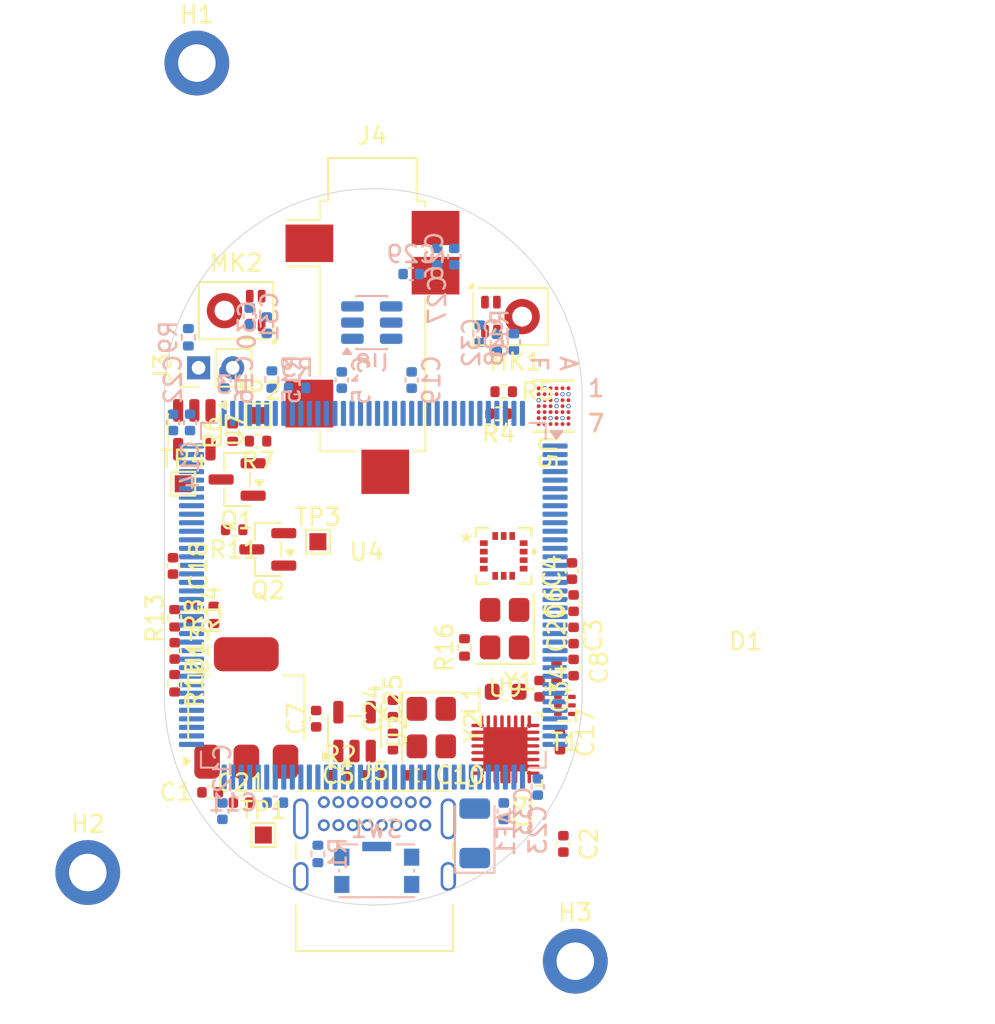
<source format=kicad_pcb>
(kicad_pcb (version 20241229) (generator "pcbnew") (generator_version "9.0")
  (layers (0 "F.Cu" signal) (4 "In1.Cu" signal) (6 "In2.Cu" signal) (8 "In3.Cu" signal) (10 "In4.Cu" signal) (2 "B.Cu" signal) (13 "F.Paste" user) (15 "B.Paste" user) (5 "F.SilkS" user "F.Silkscreen") (7 "B.SilkS" user "B.Silkscreen") (1 "F.Mask" user) (3 "B.Mask" user) (25 "Edge.Cuts" user))
  (net 0 "")
  (net 1 "+5V")
  (net 2 "Net-(D1-B)")
  (net 3 "Net-(U1-VI)")
  (net 4 "GND")
  (net 5 "Net-(U3-PH1)")
  (net 6 "Net-(U2-EN)")
  (net 7 "Net-(U3-PH0)")
  (net 8 "+1V8")
  (net 9 "Net-(U3-NRST)")
  (net 10 "Net-(C21-Pad1)")
  (net 11 "Net-(C22-Pad1)")
  (net 12 "Net-(U5-DVDD)")
  (net 13 "/SWDIO")
  (net 14 "/SWCLK")
  (net 15 "Net-(U3-BOOT0)")
  (net 16 "/I2C_SCL")
  (net 17 "/I2C_SDA")
  (net 21 "/SYS_MCLK")
  (net 30 "/UWB_RST")
  (net 31 "Net-(D1-R)")
  (net 33 "/CPU_TO_DSP")
  (net 37 "Net-(AE1-PCB_Trace)")
  (net 48 "/UWB_IRQ")
  (net 54 "/UWB_CS")
  (net 61 "Net-(D1-G)")
  (net 65 "Net-(J3-Pin_1)")
  (net 71 "/SAI_BCLK")
  (net 82 "/UWB_MISO")
  (net 86 "/DSP_TO_CPU")
  (net 88 "/ACC_CS")
  (net 98 "/UWB_SCK")
  (net 99 "Net-(Q1-G)")
  (net 101 "/UWB_MOSI")
  (net 114 "/SAI_FS")
  (net 123 "Net-(Q2-B)")
  (net 126 "/VIB_DATA")
  (net 133 "Net-(U7-PROG)")
  (net 137 "/PWR_HOLD")
  (net 138 "/LED_R")
  (net 150 "/MIC2")
  (net 152 "/MIC2_RAW")
  (net 153 "/MIC1")
  (net 154 "/MIC1_RAW")
  (net 157 "+3.3V")
  (net 158 "/LED_G")
  (net 159 "/LED_B")
  (net 160 "/HP_DETECT")
  (net 161 "/CHG_STAT")
  (net 162 "/HPOUTR")
  (net 163 "/HPOUTL")
  (net 165 "Net-(J5-CC1)")
  (net 167 "Net-(J5-CC2)")
  (net 168 "Net-(J4-PadR)")
  (net 170 "Net-(J4-PadT)")
  (net 171 "Net-(U9-VDD_IO)")
  (net 172 "Net-(U9-XTAL_C2)")
  (net 173 "Net-(U9-XTAL_C1)")
  (net 174 "Net-(T1-AB)")
  (net 175 "Net-(U9-RFN)")
  (net 176 "Net-(U9-RFP)")
  (net 177 "Net-(T1-AA)")
  (net 178 "Net-(U9-VDD_CORE_ANA)")
  (net 179 "Net-(U9-REG_OUT)")
  (net 180 "/<NO NET>")
  (net 181 "/UWB_SHDN")
  (footprint "Resistor_SMD:R_0402_1005Metric" (layer "F.Cu") (at 21.6 65.5 -90)
    (property "Reference" "R12" (at 0 -1.17 90) (layer "F.SilkS"))
    (property "Value" "220Ω")
    (pad "1" smd roundrect (at -0.51 0 270) (size 0.54 0.64) (layers "F.Cu" "F.Mask" "F.Paste") (net 138 "/LED_R"))
    (pad "2" smd roundrect (at 0.51 0 270) (size 0.54 0.64) (layers "F.Cu" "F.Mask" "F.Paste") (net 31 "Net-(D1-R)"))
  )
  (footprint "ANC_Parts:ADXL382_Ultralib" (layer "F.Cu") (at 40.9 58.0316)
    (property "Reference" "U4" (at -8.050001 -0.2316 0) (layer "F.SilkS"))
    (property "Value" "ADXL382-1BCCZ-RL")
    (fp_text user "*" (at -2.1844 -0.75 0) (layer "F.SilkS"))
    (fp_text user "*" (at -2.1844 -0.75 0) (layer "F.SilkS"))
    (pad "1" smd rect (at -1.1684 -0.750001 90) (size 0.3302 0.4572) (layers "F.Cu" "F.Mask" "F.Paste") (net 114 "/SAI_FS"))
    (pad "2" smd rect (at -1.1684 -0.25 90) (size 0.3302 0.4572) (layers "F.Cu" "F.Mask" "F.Paste") (net 98 "/UWB_SCK"))
    (pad "3" smd rect (at -1.1684 0.25 90) (size 0.3302 0.4572) (layers "F.Cu" "F.Mask" "F.Paste") (net 101 "/UWB_MOSI"))
    (pad "4" smd rect (at -1.1684 0.750001 90) (size 0.3302 0.4572) (layers "F.Cu" "F.Mask" "F.Paste") (net 82 "/UWB_MISO"))
    (pad "5" smd rect (at -0.499999 1.1684) (size 0.3302 0.4572) (layers "F.Cu" "F.Mask" "F.Paste") (net 88 "/ACC_CS"))
    (pad "6" smd rect (at 0 1.1684) (size 0.3302 0.4572) (layers "F.Cu" "F.Mask" "F.Paste"))
    (pad "7" smd rect (at 0.499999 1.1684) (size 0.3302 0.4572) (layers "F.Cu" "F.Mask" "F.Paste"))
    (pad "8" smd rect (at 1.1684 0.750001 90) (size 0.3302 0.4572) (layers "F.Cu" "F.Mask" "F.Paste") (net 8 "+1V8"))
    (pad "9" smd rect (at 1.1684 0.25 90) (size 0.3302 0.4572) (layers "F.Cu" "F.Mask" "F.Paste") (net 4 "GND"))
    (pad "10" smd rect (at 1.1684 -0.25 90) (size 0.3302 0.4572) (layers "F.Cu" "F.Mask" "F.Paste") (net 4 "GND"))
    (pad "11" smd rect (at 1.1684 -0.750001 90) (size 0.3302 0.4572) (layers "F.Cu" "F.Mask" "F.Paste") (net 157 "+3.3V"))
    (pad "12" smd rect (at 0.499999 -1.1684) (size 0.3302 0.4572) (layers "F.Cu" "F.Mask" "F.Paste") (net 126 "/VIB_DATA"))
    (pad "13" smd rect (at 0 -1.1684) (size 0.3302 0.4572) (layers "F.Cu" "F.Mask" "F.Paste"))
    (pad "14" smd rect (at -0.499999 -1.1684) (size 0.3302 0.4572) (layers "F.Cu" "F.Mask" "F.Paste") (net 71 "/SAI_BCLK"))
  )
  (footprint "Inductor_SMD:L_0603_1608Metric" (layer "F.Cu") (at 41.0125 66)
    (property "Reference" "L1" (at -2 0.5 90) (layer "F.SilkS"))
    (property "Value" "180nH")
    (pad "1" smd roundrect (at -0.7875 0) (size 0.875 0.95) (layers "F.Cu" "F.Mask" "F.Paste") (net 178 "Net-(U9-VDD_CORE_ANA)"))
    (pad "2" smd roundrect (at 0.7875 0) (size 0.875 0.95) (layers "F.Cu" "F.Mask" "F.Paste") (net 179 "Net-(U9-REG_OUT)"))
  )
  (footprint "Crystal:Crystal_SMD_3225-4Pin_3.2x2.5mm" (layer "F.Cu") (at 36.65 68.1 -90)
    (property "Reference" "Y2" (at 0 -2.45 90) (layer "F.SilkS"))
    (property "Value" "32.768 kHz")
    (pad "1" smd roundrect (at -1.1 0.85 270) (size 1.4 1.2) (layers "F.Cu" "F.Mask" "F.Paste") (roundrect_rratio 0.208333) (net 173 "Net-(U9-XTAL_C1)"))
    (pad "2" smd roundrect (at 1.1 0.85 270) (size 1.4 1.2) (layers "F.Cu" "F.Mask" "F.Paste") (roundrect_rratio 0.208333) (net 4 "GND"))
    (pad "3" smd roundrect (at 1.1 -0.85 270) (size 1.4 1.2) (layers "F.Cu" "F.Mask" "F.Paste") (roundrect_rratio 0.208333) (net 172 "Net-(U9-XTAL_C2)"))
    (pad "4" smd roundrect (at -1.1 -0.85 270) (size 1.4 1.2) (layers "F.Cu" "F.Mask" "F.Paste") (roundrect_rratio 0.208333) (net 4 "GND"))
  )
  (footprint "Capacitor_SMD:C_0402_1005Metric" (layer "F.Cu") (at 21.5 58.62 -90)
    (property "Reference" "C18" (at 0 -1.5 90) (layer "F.SilkS"))
    (property "Value" "0.1uF")
    (pad "1" smd roundrect (at -0.48 0 270) (size 0.56 0.62) (layers "F.Cu" "F.Mask" "F.Paste") (net 157 "+3.3V"))
    (pad "2" smd roundrect (at 0.48 0 270) (size 0.56 0.62) (layers "F.Cu" "F.Mask" "F.Paste") (net 4 "GND"))
  )
  (footprint "Resistor_SMD:R_0402_1005Metric" (layer "F.Cu") (at 25 50.8 90)
    (property "Reference" "R6" (at 0 -1.17 90) (layer "F.SilkS"))
    (property "Value" "2kΩ")
    (pad "1" smd roundrect (at -0.51 0 90) (size 0.54 0.64) (layers "F.Cu" "F.Mask" "F.Paste") (net 133 "Net-(U7-PROG)"))
    (pad "2" smd roundrect (at 0.51 0 90) (size 0.54 0.64) (layers "F.Cu" "F.Mask" "F.Paste") (net 4 "GND"))
  )
  (footprint "Capacitor_SMD:C_0402_1005Metric" (layer "F.Cu") (at 33.22 70.9 180)
    (property "Reference" "C5" (at 2.02 0 0) (layer "F.SilkS"))
    (property "Value" "10uF")
    (pad "1" smd roundrect (at -0.48 0 180) (size 0.56 0.62) (layers "F.Cu" "F.Mask" "F.Paste") (net 6 "Net-(U2-EN)"))
    (pad "2" smd roundrect (at 0.48 0 180) (size 0.56 0.62) (layers "F.Cu" "F.Mask" "F.Paste") (net 157 "+3.3V"))
  )
  (footprint "TestPoint:TestPoint_Pad_1.0x1.0mm" (layer "F.Cu") (at 26.8 74.4)
    (property "Reference" "TP1" (at 0 -1.448 0) (layer "F.SilkS"))
    (property "Value" "TestPoint")
    (pad "1" smd rect (at 0 0) (size 1 1) (layers "F.Cu" "F.Mask") (net 157 "+3.3V"))
  )
  (footprint "Connector_Audio:Jack_3.5mm_CUI_SJ2-3593D-SMT_Horizontal" (layer "F.Cu") (at 33.2 43.3)
    (property "Reference" "J4" (at 0 -9.9 0) (layer "F.SilkS"))
    (property "Value" "AudioJack3_Switch")
    (pad "" np_thru_hole circle (at 0 -2.5) (size 1.7 1.7) (drill 1.7) (layers "*.Cu" "*.Mask"))
    (pad "" np_thru_hole circle (at 0 4.5) (size 1.7 1.7) (drill 1.7) (layers "*.Cu" "*.Mask"))
    (pad "R" smd rect (at 3.7 -1.7) (size 2.8 2.2) (layers "F.Cu" "F.Mask" "F.Paste") (net 168 "Net-(J4-PadR)"))
    (pad "RN" smd rect (at 3.7 -4.5) (size 2.8 2) (layers "F.Cu" "F.Mask" "F.Paste"))
    (pad "S" smd rect (at -3.7 -3.6) (size 2.8 2.2) (layers "F.Cu" "F.Mask" "F.Paste") (net 8 "+1V8"))
    (pad "T" smd rect (at -3.7 5.8) (size 2.8 2.8) (layers "F.Cu" "F.Mask" "F.Paste") (net 170 "Net-(J4-PadT)"))
    (pad "TN" smd rect (at 0.75 9.8) (size 2.8 2.6) (layers "F.Cu" "F.Mask" "F.Paste") (net 160 "/HP_DETECT"))
  )
  (footprint "Sensor_Audio:Infineon_PG-LLGA-5-2" (layer "F.Cu") (at 41.3 44)
    (property "Reference" "MK1" (at 0.28 2.65 0) (layer "F.SilkS"))
    (property "Value" "IM73A135V01")
    (pad "" np_thru_hole circle (at 0.68 0 90) (size 0.8 0.8) (drill 0.8) (layers "*.Cu" "*.Mask"))
    (pad "1" smd roundrect (at -1.5 -0.85 270) (size 0.75 0.45) (layers "F.Cu" "F.Mask") (net 154 "/MIC1_RAW"))
    (pad "2" smd roundrect (at -0.8 -0.85 270) (size 0.75 0.45) (layers "F.Cu" "F.Mask") (net 157 "+3.3V"))
    (pad "3" smd roundrect (at -1.5 0.85 270) (size 0.75 0.45) (layers "F.Cu" "F.Mask") (net 4 "GND"))
    (pad "4" smd roundrect (at -0.8 0.85 270) (size 0.75 0.45) (layers "F.Cu" "F.Mask") (net 4 "GND"))
    (pad "5" smd custom (at -0.13 0 270) (size 0.46 0.46) (layers "F.Cu" "F.Mask") (net 4 "GND") (options (clearance outline) (anchor circle)) (primitives (gr_circle (center 0 -0.81) (end 0.81 -0.81) (width 0.46) (fill no))))
  )
  (footprint "Resistor_SMD:R_0402_1005Metric" (layer "F.Cu") (at 26.49 51.3 180)
    (property "Reference" "R7" (at 0 -1.17 0) (layer "F.SilkS"))
    (property "Value" "100kΩ")
    (pad "1" smd roundrect (at -0.51 0 180) (size 0.54 0.64) (layers "F.Cu" "F.Mask" "F.Paste") (net 65 "Net-(J3-Pin_1)"))
    (pad "2" smd roundrect (at 0.51 0 180) (size 0.54 0.64) (layers "F.Cu" "F.Mask" "F.Paste") (net 99 "Net-(Q1-G)"))
  )
  (footprint "Capacitor_SMD:C_0402_1005Metric" (layer "F.Cu") (at 29.9 67.58 90)
    (property "Reference" "C7" (at 0 -1.16 90) (layer "F.SilkS"))
    (property "Value" "10uF")
    (pad "1" smd roundrect (at -0.48 0 90) (size 0.56 0.62) (layers "F.Cu" "F.Mask" "F.Paste") (net 4 "GND"))
    (pad "2" smd roundrect (at 0.48 0 90) (size 0.56 0.62) (layers "F.Cu" "F.Mask" "F.Paste") (net 8 "+1V8"))
  )
  (footprint "ANC_Parts:ADAU1787_Ultralib" (layer "F.Cu") (at 43.825 49.25 -90)
    (property "Reference" "U5" (at 2.7 0.375 270) (layer "F.SilkS"))
    (property "Value" "ADAU1787BCBZRL")
    (fp_text user "1" (at -1.05 -2.5 0) (layer "F.SilkS"))
    (fp_text user "7" (at 1.05 -2.5 0) (layer "F.SilkS"))
    (fp_text user "A" (at -2.5 -0.875 270) (layer "F.SilkS"))
    (fp_text user "F" (at -2.5 0.875 270) (layer "F.SilkS"))
    (fp_text user "F" (at -2.5 0.875 270) (layer "B.SilkS"))
    (fp_text user "A" (at -2.5 -0.875 270) (layer "B.SilkS"))
    (fp_text user "7" (at 1 -2.5 0) (layer "B.SilkS"))
    (fp_text user "1" (at -1.05 -2.5 0) (layer "B.SilkS"))
    (pad "A1" smd circle (at -1.05 -0.875 270) (size 0.2286 0.2286) (layers "F.Cu" "F.Mask" "F.Paste"))
    (pad "A2" thru_hole circle (at -0.7 -0.875 270) (size 0.25 0.25) (drill 0.15) (layers "*.Cu" "*.Mask") (net 71 "/SAI_BCLK"))
    (pad "A3" smd circle (at -0.35 -0.875 270) (size 0.2286 0.2286) (layers "F.Cu" "F.Mask" "F.Paste") (net 12 "Net-(U5-DVDD)"))
    (pad "A4" thru_hole circle (at 0 -0.875 270) (size 0.25 0.25) (drill 0.15) (layers "*.Cu" "*.Mask") (net 4 "GND"))
    (pad "A5" smd circle (at 0.35 -0.875 270) (size 0.2286 0.2286) (layers "F.Cu" "F.Mask" "F.Paste") (net 8 "+1V8"))
    (pad "A6" smd circle (at 0.7 -0.875 270) (size 0.2286 0.2286) (layers "F.Cu" "F.Mask" "F.Paste"))
    (pad "A7" smd circle (at 1.05 -0.875 270) (size 0.2286 0.2286) (layers "F.Cu" "F.Mask" "F.Paste") (net 21 "/SYS_MCLK"))
    (pad "B1" smd circle (at -1.05 -0.525 270) (size 0.2286 0.2286) (layers "F.Cu" "F.Mask" "F.Paste") (net 126 "/VIB_DATA"))
    (pad "B2" thru_hole circle (at -0.7 -0.525 270) (size 0.25 0.25) (drill 0.15) (layers "*.Cu" "*.Mask") (net 114 "/SAI_FS"))
    (pad "B3" smd circle (at -0.35 -0.525 270) (size 0.2286 0.2286) (layers "F.Cu" "F.Mask" "F.Paste"))
    (pad "B4" smd circle (at 0 -0.525 270) (size 0.2286 0.2286) (layers "F.Cu" "F.Mask" "F.Paste"))
    (pad "B5" smd circle (at 0.35 -0.525 270) (size 0.2286 0.2286) (layers "F.Cu" "F.Mask" "F.Paste"))
    (pad "B6" thru_hole circle (at 0.7 -0.525 270) (size 0.25 0.25) (drill 0.15) (layers "*.Cu" "*.Mask") (net 17 "/I2C_SDA"))
    (pad "B7" smd circle (at 1.05 -0.525 270) (size 0.2286 0.2286) (layers "F.Cu" "F.Mask" "F.Paste") (net 16 "/I2C_SCL"))
    (pad "C1" smd circle (at -1.05 -0.175 270) (size 0.2286 0.2286) (layers "F.Cu" "F.Mask" "F.Paste"))
    (pad "C2" smd circle (at -0.7 -0.175 270) (size 0.2286 0.2286) (layers "F.Cu" "F.Mask" "F.Paste"))
    (pad "C3" thru_hole circle (at -0.35 -0.175 270) (size 0.25 0.25) (drill 0.15) (layers "*.Cu" "*.Mask") (net 86 "/DSP_TO_CPU"))
    (pad "C4" thru_hole circle (at 0 -0.175 270) (size 0.25 0.25) (drill 0.15) (layers "*.Cu" "*.Mask") (net 33 "/CPU_TO_DSP"))
    (pad "C5" smd circle (at 0.35 -0.175 270) (size 0.2286 0.2286) (layers "F.Cu" "F.Mask" "F.Paste"))
    (pad "C6" smd circle (at 0.7 -0.175 270) (size 0.2286 0.2286) (layers "F.Cu" "F.Mask" "F.Paste"))
    (pad "C7" smd circle (at 1.05 -0.175 270) (size 0.2286 0.2286) (layers "F.Cu" "F.Mask" "F.Paste"))
    (pad "D1" smd circle (at -1.05 0.175 270) (size 0.2286 0.2286) (layers "F.Cu" "F.Mask" "F.Paste"))
    (pad "D2" smd circle (at -0.7 0.175 270) (size 0.2286 0.2286) (layers "F.Cu" "F.Mask" "F.Paste"))
    (pad "D3" smd circle (at -0.35 0.175 270) (size 0.2286 0.2286) (layers "F.Cu" "F.Mask" "F.Paste"))
    (pad "D4" smd circle (at 0 0.175 270) (size 0.2286 0.2286) (layers "F.Cu" "F.Mask" "F.Paste"))
    (pad "D5" smd circle (at 0.35 0.175 270) (size 0.2286 0.2286) (layers "F.Cu" "F.Mask" "F.Paste"))
    (pad "D6" thru_hole circle (at 0.7 0.175 270) (size 0.25 0.25) (drill 0.15) (layers "*.Cu" "*.Mask") (net 4 "GND"))
    (pad "D7" smd circle (at 1.05 0.175 270) (size 0.2286 0.2286) (layers "F.Cu" "F.Mask" "F.Paste"))
    (pad "E1" thru_hole circle (at -1.05 0.525 270) (size 0.25 0.25) (drill 0.15) (layers "*.Cu" "*.Mask") (net 8 "+1V8"))
    (pad "E2" smd circle (at -0.7 0.525 270) (size 0.2286 0.2286) (layers "F.Cu" "F.Mask" "F.Paste") (net 162 "/HPOUTR"))
    (pad "E3" smd circle (at -0.35 0.525 270) (size 0.2286 0.2286) (layers "F.Cu" "F.Mask" "F.Paste"))
    (pad "E4" smd circle (at 0 0.525 270) (size 0.2286 0.2286) (layers "F.Cu" "F.Mask" "F.Paste"))
    (pad "E5" smd circle (at 0.35 0.525 270) (size 0.2286 0.2286) (layers "F.Cu" "F.Mask" "F.Paste"))
    (pad "E6" smd circle (at 0.7 0.525 270) (size 0.2286 0.2286) (layers "F.Cu" "F.Mask" "F.Paste"))
    (pad "E7" smd circle (at 1.05 0.525 270) (size 0.2286 0.2286) (layers "F.Cu" "F.Mask" "F.Paste"))
    (pad "F1" smd circle (at -1.05 0.875 270) (size 0.2286 0.2286) (layers "F.Cu" "F.Mask" "F.Paste") (net 163 "/HPOUTL"))
    (pad "F2" smd circle (at -0.7 0.875 270) (size 0.2286 0.2286) (layers "F.Cu" "F.Mask" "F.Paste") (net 157 "+3.3V"))
    (pad "F3" thru_hole circle (at -0.35 0.875 270) (size 0.25 0.25) (drill 0.15) (layers "*.Cu" "*.Mask") (net 4 "GND"))
    (pad "F4" smd circle (at 0 0.875 270) (size 0.2286 0.2286) (layers "F.Cu" "F.Mask" "F.Paste") (net 8 "+1V8"))
    (pad "F5" smd circle (at 0.35 0.875 270) (size 0.2286 0.2286) (layers "F.Cu" "F.Mask" "F.Paste") (net 150 "/MIC2"))
    (pad "F6" smd circle (at 0.7 0.875 270) (size 0.2286 0.2286) (layers "F.Cu" "F.Mask" "F.Paste") (net 153 "/MIC1"))
    (pad "F7" smd circle (at 1.05 0.875 270) (size 0.2286 0.2286) (layers "F.Cu" "F.Mask" "F.Paste"))
  )
  (footprint "Package_TO_SOT_SMD:SOT-223-3_TabPin2" (layer "F.Cu") (at 25.8 66.95 90)
    (property "Reference" "U1" (at 3 -3 90) (layer "F.SilkS"))
    (property "Value" "AP7361C-33E")
    (pad "1" smd roundrect (at -3.15 -2.3 90) (size 2 1.5) (layers "F.Cu" "F.Mask" "F.Paste") (net 3 "Net-(U1-VI)"))
    (pad "2" smd roundrect (at -3.15 0 90) (size 2 1.5) (layers "F.Cu" "F.Mask" "F.Paste") (net 4 "GND"))
    (pad "2" smd roundrect (at 3.15 0 90) (size 2 3.8) (layers "F.Cu" "F.Mask" "F.Paste") (net 4 "GND"))
    (pad "3" smd roundrect (at -3.15 2.3 90) (size 2 1.5) (layers "F.Cu" "F.Mask" "F.Paste") (net 157 "+3.3V"))
  )
  (footprint "Resistor_SMD:R_0402_1005Metric" (layer "F.Cu") (at 22.6 61.21 -90)
    (property "Reference" "R14" (at 0 -1.17 90) (layer "F.SilkS"))
    (property "Value" "100Ω")
    (pad "1" smd roundrect (at -0.51 0 270) (size 0.54 0.64) (layers "F.Cu" "F.Mask" "F.Paste") (net 2 "Net-(D1-B)"))
    (pad "2" smd roundrect (at 0.51 0 270) (size 0.54 0.64) (layers "F.Cu" "F.Mask" "F.Paste") (net 159 "/LED_B"))
  )
  (footprint "Capacitor_SMD:C_0402_1005Metric" (layer "F.Cu") (at 35.82 70.9)
    (property "Reference" "C10" (at 2.52 0 0) (layer "F.SilkS"))
    (property "Value" "0.1uF")
    (pad "1" smd roundrect (at -0.48 0) (size 0.56 0.62) (layers "F.Cu" "F.Mask" "F.Paste") (net 157 "+3.3V"))
    (pad "2" smd roundrect (at 0.48 0) (size 0.56 0.62) (layers "F.Cu" "F.Mask" "F.Paste") (net 4 "GND"))
  )
  (footprint "MountingHole:MountingHole_2mm" (layer "F.Cu") (at 55.1 66)
    (property "Reference" "D1" (at 0 -2.95 0) (layer "F.SilkS"))
    (property "Value" "APFA3010")
    (pad "" np_thru_hole circle (at 0 0) (size 2 2) (drill 2) (layers "*.Cu" "*.Mask"))
  )
  (footprint "Connector_USB:USB_C_Receptacle_GCT_USB4085" (layer "F.Cu") (at 30.35 72.475)
    (property "Reference" "J5" (at 2.975 -1.8 0) (layer "F.SilkS"))
    (property "Value" "USB_C_Receptacle_USB2.0_14P")
    (pad "A1" thru_hole circle (at 0 0) (size 0.7 0.7) (drill 0.4) (layers "*.Cu" "*.Mask") (net 4 "GND"))
    (pad "A4" thru_hole circle (at 0.85 0) (size 0.7 0.7) (drill 0.4) (layers "*.Cu" "*.Mask") (net 1 "+5V"))
    (pad "A5" thru_hole circle (at 1.7 0) (size 0.7 0.7) (drill 0.4) (layers "*.Cu" "*.Mask") (net 165 "Net-(J5-CC1)"))
    (pad "A6" thru_hole circle (at 2.55 0) (size 0.7 0.7) (drill 0.4) (layers "*.Cu" "*.Mask"))
    (pad "A7" thru_hole circle (at 3.4 0) (size 0.7 0.7) (drill 0.4) (layers "*.Cu" "*.Mask"))
    (pad "A8" thru_hole circle (at 4.25 0) (size 0.7 0.7) (drill 0.4) (layers "*.Cu" "*.Mask"))
    (pad "A9" thru_hole circle (at 5.1 0) (size 0.7 0.7) (drill 0.4) (layers "*.Cu" "*.Mask") (net 1 "+5V"))
    (pad "A12" thru_hole circle (at 5.95 0) (size 0.7 0.7) (drill 0.4) (layers "*.Cu" "*.Mask") (net 4 "GND"))
    (pad "B1" thru_hole circle (at 5.95 1.35) (size 0.7 0.7) (drill 0.4) (layers "*.Cu" "*.Mask") (net 4 "GND"))
    (pad "B4" thru_hole circle (at 5.1 1.35) (size 0.7 0.7) (drill 0.4) (layers "*.Cu" "*.Mask") (net 1 "+5V"))
    (pad "B5" thru_hole circle (at 4.25 1.35) (size 0.7 0.7) (drill 0.4) (layers "*.Cu" "*.Mask") (net 167 "Net-(J5-CC2)"))
    (pad "B6" thru_hole circle (at 3.4 1.35) (size 0.7 0.7) (drill 0.4) (layers "*.Cu" "*.Mask") (net 157 "+3.3V"))
    (pad "B7" thru_hole circle (at 2.55 1.35) (size 0.7 0.7) (drill 0.4) (layers "*.Cu" "*.Mask") (net 157 "+3.3V"))
    (pad "B8" thru_hole circle (at 1.7 1.35) (size 0.7 0.7) (drill 0.4) (layers "*.Cu" "*.Mask"))
    (pad "B9" thru_hole circle (at 0.85 1.35) (size 0.7 0.7) (drill 0.4) (layers "*.Cu" "*.Mask") (net 1 "+5V"))
    (pad "B12" thru_hole circle (at 0 1.35) (size 0.7 0.7) (drill 0.4) (layers "*.Cu" "*.Mask") (net 4 "GND"))
    (pad "S1" thru_hole oval (at -1.35 0.98) (size 0.9 2.4) (drill oval 0.6 2.1) (layers "*.Cu" "*.Mask") (net 4 "GND"))
    (pad "S1" thru_hole oval (at -1.35 4.36) (size 0.9 1.7) (drill oval 0.6 1.4) (layers "*.Cu" "*.Mask") (net 4 "GND"))
    (pad "S1" thru_hole oval (at 7.3 0.98) (size 0.9 2.4) (drill oval 0.6 2.1) (layers "*.Cu" "*.Mask") (net 4 "GND"))
    (pad "S1" thru_hole oval (at 7.3 4.36) (size 0.9 1.7) (drill oval 0.6 1.4) (layers "*.Cu" "*.Mask") (net 4 "GND"))
  )
  (footprint "Resistor_SMD:R_0402_1005Metric" (layer "F.Cu") (at 31.31 70.9)
    (property "Reference" "R2" (at 0 -1.17 0) (layer "F.SilkS"))
    (property "Value" "5.1k")
    (pad "1" smd roundrect (at -0.51 0) (size 0.54 0.64) (layers "F.Cu" "F.Mask" "F.Paste") (net 4 "GND"))
    (pad "2" smd roundrect (at 0.51 0) (size 0.54 0.64) (layers "F.Cu" "F.Mask" "F.Paste") (net 165 "Net-(J5-CC1)"))
  )
  (footprint "Package_TO_SOT_SMD:SOT-23" (layer "F.Cu") (at 25.2625 53.55 180)
    (property "Reference" "Q1" (at 0 -2.4 0) (layer "F.SilkS"))
    (property "Value" "Q_PMOS_GSD")
    (pad "1" smd roundrect (at -0.9375 -0.95 180) (size 1.475 0.6) (layers "F.Cu" "F.Mask" "F.Paste") (net 99 "Net-(Q1-G)"))
    (pad "2" smd roundrect (at -0.9375 0.95 180) (size 1.475 0.6) (layers "F.Cu" "F.Mask" "F.Paste") (net 65 "Net-(J3-Pin_1)"))
    (pad "3" smd roundrect (at 0.9375 0 180) (size 1.475 0.6) (layers "F.Cu" "F.Mask" "F.Paste") (net 157 "+3.3V"))
  )
  (footprint "Sensor_Audio:Infineon_PG-LLGA-5-2" (layer "F.Cu") (at 25.2 43.65 180)
    (property "Reference" "MK2" (at 0 2.807 180) (layer "F.SilkS"))
    (property "Value" "IM73A135V01")
    (pad "" np_thru_hole circle (at 0.68 0 270) (size 0.8 0.8) (drill 0.8) (layers "*.Cu" "*.Mask"))
    (pad "1" smd roundrect (at -1.5 -0.85 90) (size 0.75 0.45) (layers "F.Cu" "F.Mask") (net 152 "/MIC2_RAW"))
    (pad "2" smd roundrect (at -0.8 -0.85 90) (size 0.75 0.45) (layers "F.Cu" "F.Mask") (net 157 "+3.3V"))
    (pad "3" smd roundrect (at -1.5 0.85 90) (size 0.75 0.45) (layers "F.Cu" "F.Mask") (net 4 "GND"))
    (pad "4" smd roundrect (at -0.8 0.85 90) (size 0.75 0.45) (layers "F.Cu" "F.Mask") (net 4 "GND"))
    (pad "5" smd custom (at -0.13 0 90) (size 0.46 0.46) (layers "F.Cu" "F.Mask") (net 4 "GND") (options (clearance outline) (anchor circle)) (primitives (gr_circle (center 0 -0.81) (end 0.81 -0.81) (width 0.46) (fill no))))
  )
  (footprint "Package_TO_SOT_SMD:SOT-23-5" (layer "F.Cu") (at 22.75 50.6375 -90)
    (property "Reference" "U7" (at 0 -2.4 90) (layer "F.SilkS"))
    (property "Value" "MCP73831-2-OT")
    (pad "1" smd roundrect (at -1.1375 -0.95 270) (size 1.325 0.6) (layers "F.Cu" "F.Mask" "F.Paste") (net 161 "/CHG_STAT"))
    (pad "2" smd roundrect (at -1.1375 0 270) (size 1.325 0.6) (layers "F.Cu" "F.Mask" "F.Paste") (net 4 "GND"))
    (pad "3" smd roundrect (at -1.1375 0.95 270) (size 1.325 0.6) (layers "F.Cu" "F.Mask" "F.Paste") (net 65 "Net-(J3-Pin_1)"))
    (pad "4" smd roundrect (at 1.1375 0.95 270) (size 1.325 0.6) (layers "F.Cu" "F.Mask" "F.Paste") (net 1 "+5V"))
    (pad "5" smd roundrect (at 1.1375 -0.95 270) (size 1.325 0.6) (layers "F.Cu" "F.Mask" "F.Paste") (net 133 "Net-(U7-PROG)"))
  )
  (footprint "Resistor_SMD:R_0402_1005Metric" (layer "F.Cu") (at 38.6 63.4 90)
    (property "Reference" "R16" (at 0 -1.17 90) (layer "F.SilkS"))
    (property "Value" "100kΩ")
    (pad "1" smd roundrect (at -0.51 0 90) (size 0.54 0.64) (layers "F.Cu" "F.Mask" "F.Paste") (net 4 "GND"))
    (pad "2" smd roundrect (at 0.51 0 90) (size 0.54 0.64) (layers "F.Cu" "F.Mask" "F.Paste") (net 181 "/UWB_SHDN"))
  )
  (footprint "MountingHole:MountingHole_2.2mm_M2_DIN965_Pad" (layer "F.Cu") (at 45.1 81.8)
    (property "Reference" "H3" (at 0 -2.85 0) (layer "F.SilkS"))
    (property "Value" "MountingHole")
    (pad "1" thru_hole circle (at 0 0) (size 3.8 3.8) (drill 2.2) (layers "*.Cu" "*.Mask"))
  )
  (footprint "Capacitor_SMD:C_0402_1005Metric" (layer "F.Cu") (at 23.68 71.9)
    (property "Reference" "C1" (at -2 0 0) (layer "F.SilkS"))
    (property "Value" "10uF")
    (pad "1" smd roundrect (at -0.48 0) (size 0.56 0.62) (layers "F.Cu" "F.Mask" "F.Paste") (net 3 "Net-(U1-VI)"))
    (pad "2" smd roundrect (at 0.48 0) (size 0.56 0.62) (layers "F.Cu" "F.Mask" "F.Paste") (net 1 "+5V"))
  )
  (footprint "Package_TO_SOT_SMD:SOT-23-5" (layer "F.Cu") (at 32.15 68.3375 90)
    (property "Reference" "U2" (at 0 2.55 90) (layer "F.SilkS"))
    (property "Value" "AP2112K-1.8" (hide yes))
    (pad "1" smd roundrect (at -1.1375 -0.95 90) (size 1.325 0.6) (layers "F.Cu" "F.Mask" "F.Paste") (net 157 "+3.3V"))
    (pad "2" smd roundrect (at -1.1375 0 90) (size 1.325 0.6) (layers "F.Cu" "F.Mask" "F.Paste") (net 4 "GND"))
    (pad "3" smd roundrect (at -1.1375 0.95 90) (size 1.325 0.6) (layers "F.Cu" "F.Mask" "F.Paste") (net 6 "Net-(U2-EN)"))
    (pad "4" smd roundrect (at 1.1375 0.95 90) (size 1.325 0.6) (layers "F.Cu" "F.Mask" "F.Paste"))
    (pad "5" smd roundrect (at 1.1375 -0.95 90) (size 1.325 0.6) (layers "F.Cu" "F.Mask" "F.Paste") (net 8 "+1V8"))
  )
  (footprint "Capacitor_SMD:C_0402_1005Metric" (layer "F.Cu") (at 40.9 73 -90)
    (property "Reference" "C9" (at 0 -1.16 90) (layer "F.SilkS"))
    (property "Value" "0.1uF")
    (pad "1" smd roundrect (at -0.48 0 270) (size 0.56 0.62) (layers "F.Cu" "F.Mask" "F.Paste") (net 157 "+3.3V"))
    (pad "2" smd roundrect (at 0.48 0 270) (size 0.56 0.62) (layers "F.Cu" "F.Mask" "F.Paste") (net 4 "GND"))
  )
  (footprint "Capacitor_SMD:C_0402_1005Metric" (layer "F.Cu") (at 25.52 72.5)
    (property "Reference" "C21" (at 0 -1.16 0) (layer "F.SilkS"))
    (property "Value" "2.2uF")
    (pad "1" smd roundrect (at -0.48 0) (size 0.56 0.62) (layers "F.Cu" "F.Mask" "F.Paste") (net 10 "Net-(C21-Pad1)"))
    (pad "2" smd roundrect (at 0.48 0) (size 0.56 0.62) (layers "F.Cu" "F.Mask" "F.Paste") (net 4 "GND"))
  )
  (footprint "Resistor_SMD:R_0402_1005Metric" (layer "F.Cu") (at 23.9 61.49 90)
    (property "Reference" "R8" (at 0 -1.17 90) (layer "F.SilkS"))
    (property "Value" "10kΩ")
    (pad "1" smd roundrect (at -0.51 0 90) (size 0.54 0.64) (layers "F.Cu" "F.Mask" "F.Paste") (net 137 "/PWR_HOLD"))
    (pad "2" smd roundrect (at 0.51 0 90) (size 0.54 0.64) (layers "F.Cu" "F.Mask" "F.Paste") (net 123 "Net-(Q2-B)"))
  )
  (footprint "ANC_Parts:Spark_SR1120_QFN32" (layer "F.Cu") (at 41 69.375)
    (property "Reference" "U9" (at 0 -3.6 0) (layer "F.SilkS"))
    (property "Value" "~")
    (pad "1" smd oval (at -1.625 -1.4 90) (size 0.2 0.75) (layers "F.Cu" "F.Mask" "F.Paste"))
    (pad "2" smd oval (at -1.625 -1 90) (size 0.2 0.75) (layers "F.Cu" "F.Mask" "F.Paste") (net 173 "Net-(U9-XTAL_C1)"))
    (pad "3" smd oval (at -1.625 -0.6 90) (size 0.2 0.75) (layers "F.Cu" "F.Mask" "F.Paste") (net 172 "Net-(U9-XTAL_C2)"))
    (pad "4" smd oval (at -1.625 -0.2 90) (size 0.2 0.75) (layers "F.Cu" "F.Mask" "F.Paste") (net 157 "+3.3V"))
    (pad "5" smd oval (at -1.625 0.2 90) (size 0.2 0.75) (layers "F.Cu" "F.Mask" "F.Paste"))
    (pad "6" smd oval (at -1.625 0.6 90) (size 0.2 0.75) (layers "F.Cu" "F.Mask" "F.Paste"))
    (pad "7" smd oval (at -1.625 1 90) (size 0.2 0.75) (layers "F.Cu" "F.Mask" "F.Paste") (net 181 "/UWB_SHDN"))
    (pad "8" smd oval (at -1.625 1.4 90) (size 0.2 0.75) (layers "F.Cu" "F.Mask" "F.Paste") (net 157 "+3.3V"))
    (pad "9" smd oval (at -1.4 1.625) (size 0.2 0.75) (layers "F.Cu" "F.Mask" "F.Paste") (net 48 "/UWB_IRQ"))
    (pad "10" smd oval (at -1 1.625) (size 0.2 0.75) (layers "F.Cu" "F.Mask" "F.Paste") (net 54 "/UWB_CS"))
    (pad "11" smd oval (at -0.6 1.625) (size 0.2 0.75) (layers "F.Cu" "F.Mask" "F.Paste") (net 98 "/UWB_SCK"))
    (pad "12" smd oval (at -0.2 1.625) (size 0.2 0.75) (layers "F.Cu" "F.Mask" "F.Paste") (net 101 "/UWB_MOSI"))
    (pad "13" smd oval (at 0.2 1.625) (size 0.2 0.75) (layers "F.Cu" "F.Mask" "F.Paste") (net 82 "/UWB_MISO"))
    (pad "14" smd oval (at 0.6 1.625) (size 0.2 0.75) (layers "F.Cu" "F.Mask" "F.Paste"))
    (pad "15" smd oval (at 1 1.625) (size 0.2 0.75) (layers "F.Cu" "F.Mask" "F.Paste"))
    (pad "16" smd oval (at 1.4 1.625) (size 0.2 0.75) (layers "F.Cu" "F.Mask" "F.Paste") (net 30 "/UWB_RST"))
    (pad "17" smd oval (at 1.625 1.4 90) (size 0.2 0.75) (layers "F.Cu" "F.Mask" "F.Paste"))
    (pad "18" smd oval (at 1.625 1 90) (size 0.2 0.75) (layers "F.Cu" "F.Mask" "F.Paste"))
    (pad "19" smd oval (at 1.625 0.6 90) (size 0.2 0.75) (layers "F.Cu" "F.Mask" "F.Paste"))
    (pad "20" smd oval (at 1.625 0.2 90) (size 0.2 0.75) (layers "F.Cu" "F.Mask" "F.Paste") (net 171 "Net-(U9-VDD_IO)"))
    (pad "21" smd oval (at 1.625 -0.2 90) (size 0.2 0.75) (layers "F.Cu" "F.Mask" "F.Paste") (net 157 "+3.3V"))
    (pad "22" smd oval (at 1.625 -0.6 90) (size 0.2 0.75) (layers "F.Cu" "F.Mask" "F.Paste") (net 179 "Net-(U9-REG_OUT)"))
    (pad "23" smd oval (at 1.625 -1 90) (size 0.2 0.75) (layers "F.Cu" "F.Mask" "F.Paste") (net 157 "+3.3V"))
    (pad "24" smd oval (at 1.625 -1.4 90) (size 0.2 0.75) (layers "F.Cu" "F.Mask" "F.Paste") (net 178 "Net-(U9-VDD_CORE_ANA)"))
    (pad "25" smd oval (at 1.4 -1.625) (size 0.2 0.75) (layers "F.Cu" "F.Mask" "F.Paste"))
    (pad "26" smd oval (at 1 -1.625) (size 0.2 0.75) (layers "F.Cu" "F.Mask" "F.Paste"))
    (pad "27" smd oval (at 0.6 -1.625) (size 0.2 0.75) (layers "F.Cu" "F.Mask" "F.Paste") (net 178 "Net-(U9-VDD_CORE_ANA)"))
    (pad "28" smd oval (at 0.2 -1.625) (size 0.2 0.75) (layers "F.Cu" "F.Mask" "F.Paste"))
    (pad "29" smd oval (at -0.2 -1.625) (size 0.2 0.75) (layers "F.Cu" "F.Mask" "F.Paste") (net 175 "Net-(U9-RFN)"))
    (pad "30" smd oval (at -0.6 -1.625) (size 0.2 0.75) (layers "F.Cu" "F.Mask" "F.Paste") (net 176 "Net-(U9-RFP)"))
    (pad "31" smd oval (at -1 -1.625) (size 0.2 0.75) (layers "F.Cu" "F.Mask" "F.Paste"))
    (pad "32" smd oval (at -1.4 -1.625) (size 0.2 0.75) (layers "F.Cu" "F.Mask" "F.Paste"))
    (pad "33" smd rect (at 0 0) (size 2.6 2.6) (layers "F.Cu" "F.Mask"))
  )
  (footprint "Capacitor_SMD:C_0402_1005Metric" (layer "F.Cu") (at 34.4 68.92 90)
    (property "Reference" "C25" (at 2.52 0 90) (layer "F.SilkS"))
    (property "Value" "10pF")
    (pad "1" smd roundrect (at -0.48 0 90) (size 0.56 0.62) (layers "F.Cu" "F.Mask" "F.Paste") (net 4 "GND"))
    (pad "2" smd roundrect (at 0.48 0 90) (size 0.56 0.62) (layers "F.Cu" "F.Mask" "F.Paste") (net 173 "Net-(U9-XTAL_C1)"))
  )
  (footprint "Capacitor_SMD:C_0402_1005Metric" (layer "F.Cu") (at 43 65.82 -90)
    (property "Reference" "C34" (at 0 -1.16 90) (layer "F.SilkS"))
    (property "Value" "10pF")
    (pad "1" smd roundrect (at -0.48 0 270) (size 0.56 0.62) (layers "F.Cu" "F.Mask" "F.Paste") (net 176 "Net-(U9-RFP)"))
    (pad "2" smd roundrect (at 0.48 0 270) (size 0.56 0.62) (layers "F.Cu" "F.Mask" "F.Paste") (net 177 "Net-(T1-AA)"))
  )
  (footprint "TestPoint:TestPoint_Pad_1.0x1.0mm" (layer "F.Cu") (at 22.1 53.8)
    (property "Reference" "TP4" (at 0 -1.448 0) (layer "F.SilkS"))
    (property "Value" "TestPoint")
    (pad "1" smd rect (at 0 0) (size 1 1) (layers "F.Cu" "F.Mask") (net 13 "/SWDIO"))
  )
  (footprint "MountingHole:MountingHole_2.2mm_M2_DIN965_Pad" (layer "F.Cu") (at 22.9 29.13)
    (property "Reference" "H1" (at 0 -2.85 0) (layer "F.SilkS"))
    (property "Value" "MountingHole")
    (pad "1" thru_hole circle (at 0 0) (size 3.8 3.8) (drill 2.2) (layers "*.Cu" "*.Mask"))
  )
  (footprint "Capacitor_SMD:C_0402_1005Metric" (layer "F.Cu") (at 44.2 68.92 -90)
    (property "Reference" "C17" (at -0.52 -1.5 90) (layer "F.SilkS"))
    (property "Value" "0.1uF")
    (pad "1" smd roundrect (at -0.48 0 270) (size 0.56 0.62) (layers "F.Cu" "F.Mask" "F.Paste") (net 157 "+3.3V"))
    (pad "2" smd roundrect (at 0.48 0 270) (size 0.56 0.62) (layers "F.Cu" "F.Mask" "F.Paste") (net 4 "GND"))
  )
  (footprint "TestPoint:TestPoint_Pad_1.0x1.0mm" (layer "F.Cu") (at 26.5 49.8)
    (property "Reference" "TP2" (at 0 -1.448 0) (layer "F.SilkS"))
    (property "Value" "TestPoint")
    (pad "1" smd rect (at 0 0) (size 1 1) (layers "F.Cu" "F.Mask") (net 14 "/SWCLK"))
  )
  (footprint "MountingHole:MountingHole_2.2mm_M2_DIN965_Pad" (layer "F.Cu") (at 16.5 76.6)
    (property "Reference" "H2" (at 0 -2.85 0) (layer "F.SilkS"))
    (property "Value" "MountingHole")
    (pad "1" thru_hole circle (at 0 0) (size 3.8 3.8) (drill 2.2) (layers "*.Cu" "*.Mask"))
  )
  (footprint "Crystal:Crystal_SMD_3225-4Pin_3.2x2.5mm" (layer "F.Cu") (at 40.95 62.3 90)
    (property "Reference" "Y1" (at -3.1 0.85 0) (layer "F.SilkS"))
    (property "Value" "Crystal_GND24")
    (pad "1" smd roundrect (at -1.1 0.85 90) (size 1.4 1.2) (layers "F.Cu" "F.Mask" "F.Paste") (roundrect_rratio 0.208333) (net 5 "Net-(U3-PH1)"))
    (pad "2" smd roundrect (at 1.1 0.85 90) (size 1.4 1.2) (layers "F.Cu" "F.Mask" "F.Paste") (roundrect_rratio 0.208333) (net 4 "GND"))
    (pad "3" smd roundrect (at 1.1 -0.85 90) (size 1.4 1.2) (layers "F.Cu" "F.Mask" "F.Paste") (roundrect_rratio 0.208333) (net 7 "Net-(U3-PH0)"))
    (pad "4" smd roundrect (at -1.1 -0.85 90) (size 1.4 1.2) (layers "F.Cu" "F.Mask" "F.Paste") (roundrect_rratio 0.208333) (net 4 "GND"))
  )
  (footprint "RF_Converter:Balun_Johanson_1.6x0.8mm" (layer "F.Cu") (at 44.49 66.8)
    (property "Reference" "T1" (at 0.01 2.15 0) (layer "F.SilkS"))
    (property "Value" "Transformer_1P_1S")
    (pad "1" smd roundrect (at -0.41 -0.5 180) (size 0.45 0.25) (layers "F.Cu" "F.Mask" "F.Paste") (net 177 "Net-(T1-AA)"))
    (pad "2" smd roundrect (at -0.41 0) (size 0.45 0.25) (layers "F.Cu" "F.Mask" "F.Paste") (net 174 "Net-(T1-AB)"))
    (pad "3" smd roundrect (at -0.41 0.5) (size 0.45 0.25) (layers "F.Cu" "F.Mask" "F.Paste") (net 4 "GND"))
    (pad "4" smd roundrect (at 0.41 0.5) (size 0.45 0.25) (layers "F.Cu" "F.Mask" "F.Paste") (net 37 "Net-(AE1-PCB_Trace)"))
    (pad "5" smd roundrect (at 0.41 0) (size 0.45 0.25) (layers "F.Cu" "F.Mask" "F.Paste"))
    (pad "6" smd roundrect (at 0.41 -0.5) (size 0.45 0.25) (layers "F.Cu" "F.Mask" "F.Paste"))
  )
  (footprint "Resistor_SMD:R_0402_1005Metric" (layer "F.Cu") (at 40.6 49.7 180)
    (property "Reference" "R4" (at 0 -1.17 0) (layer "F.SilkS"))
    (property "Value" "2.2kΩ")
    (pad "1" smd roundrect (at -0.51 0 180) (size 0.54 0.64) (layers "F.Cu" "F.Mask" "F.Paste") (net 157 "+3.3V"))
    (pad "2" smd roundrect (at 0.51 0 180) (size 0.54 0.64) (layers "F.Cu" "F.Mask" "F.Paste") (net 16 "/I2C_SCL"))
  )
  (footprint "Capacitor_SMD:C_0402_1005Metric" (layer "F.Cu") (at 44 64.78 -90)
    (property "Reference" "C20" (at -2.52 0 90) (layer "F.SilkS"))
    (property "Value" "0.1uF")
    (pad "1" smd roundrect (at -0.48 0 270) (size 0.56 0.62) (layers "F.Cu" "F.Mask" "F.Paste") (net 9 "Net-(U3-NRST)"))
    (pad "2" smd roundrect (at 0.48 0 270) (size 0.56 0.62) (layers "F.Cu" "F.Mask" "F.Paste") (net 4 "GND"))
  )
  (footprint "Capacitor_SMD:C_0402_1005Metric" (layer "F.Cu") (at 45 64.58 90)
    (property "Reference" "C8" (at 0 1.5 90) (layer "F.SilkS"))
    (property "Value" "0.1uF")
    (pad "1" smd roundrect (at -0.48 0 90) (size 0.56 0.62) (layers "F.Cu" "F.Mask" "F.Paste") (net 157 "+3.3V"))
    (pad "2" smd roundrect (at 0.48 0 90) (size 0.56 0.62) (layers "F.Cu" "F.Mask" "F.Paste") (net 4 "GND"))
  )
  (footprint "Capacitor_SMD:C_0402_1005Metric" (layer "F.Cu") (at 45 62.7 -90)
    (property "Reference" "C3" (at 0 -1.16 90) (layer "F.SilkS"))
    (property "Value" "10pF")
    (pad "1" smd roundrect (at -0.48 0 270) (size 0.56 0.62) (layers "F.Cu" "F.Mask" "F.Paste") (net 5 "Net-(U3-PH1)"))
    (pad "2" smd roundrect (at 0.48 0 270) (size 0.56 0.62) (layers "F.Cu" "F.Mask" "F.Paste") (net 4 "GND"))
  )
  (footprint "Resistor_SMD:R_0402_1005Metric" (layer "F.Cu") (at 40.9 48.4 180)
    (property "Reference" "R5" (at -1.99 0 0) (layer "F.SilkS"))
    (property "Value" "2.2kΩ")
    (pad "1" smd roundrect (at -0.51 0 180) (size 0.54 0.64) (layers "F.Cu" "F.Mask" "F.Paste") (net 157 "+3.3V"))
    (pad "2" smd roundrect (at 0.51 0 180) (size 0.54 0.64) (layers "F.Cu" "F.Mask" "F.Paste") (net 17 "/I2C_SDA"))
  )
  (footprint "Connector_PinHeader_2.00mm:PinHeader_1x02_P2.00mm_Vertical" (layer "F.Cu") (at 23 47 90)
    (property "Reference" "J3" (at 0 -2.11 90) (layer "F.SilkS"))
    (property "Value" "Conn_01x02")
    (pad "1" thru_hole rect (at 0 0 90) (size 1.35 1.35) (drill 0.8) (layers "*.Cu" "*.Mask") (net 65 "Net-(J3-Pin_1)"))
    (pad "2" thru_hole circle (at 0 2 90) (size 1.35 1.35) (drill 0.8) (layers "*.Cu" "*.Mask") (net 4 "GND"))
  )
  (footprint "Capacitor_SMD:C_0402_1005Metric" (layer "F.Cu") (at 45 60.8 90)
    (property "Reference" "C6" (at 0 -1.16 90) (layer "F.SilkS"))
    (property "Value" "10pF")
    (pad "1" smd roundrect (at -0.48 0 90) (size 0.56 0.62) (layers "F.Cu" "F.Mask" "F.Paste") (net 7 "Net-(U3-PH0)"))
    (pad "2" smd roundrect (at 0.48 0 90) (size 0.56 0.62) (layers "F.Cu" "F.Mask" "F.Paste") (net 4 "GND"))
  )
  (footprint "Resistor_SMD:R_0402_1005Metric" (layer "F.Cu") (at 25.09 56.5 180)
    (property "Reference" "R11" (at 0 -1.17 0) (layer "F.SilkS"))
    (property "Value" "100kΩ")
    (pad "1" smd roundrect (at -0.51 0 180) (size 0.54 0.64) (layers "F.Cu" "F.Mask" "F.Paste") (net 99 "Net-(Q1-G)"))
    (pad "2" smd roundrect (at 0.51 0 180) (size 0.54 0.64) (layers "F.Cu" "F.Mask" "F.Paste") (net 180 "/<NO NET>"))
  )
  (footprint "Capacitor_SMD:C_0402_1005Metric" (layer "F.Cu") (at 44.9 58.92 90)
    (property "Reference" "C4" (at 0 -1.16 90) (layer "F.SilkS"))
    (property "Value" "0.1uF")
    (pad "1" smd roundrect (at -0.48 0 90) (size 0.56 0.62) (layers "F.Cu" "F.Mask" "F.Paste") (net 157 "+3.3V"))
    (pad "2" smd roundrect (at 0.48 0 90) (size 0.56 0.62) (layers "F.Cu" "F.Mask" "F.Paste") (net 4 "GND"))
  )
  (footprint "Package_TO_SOT_SMD:SOT-23" (layer "F.Cu") (at 27.0625 57.65 180)
    (property "Reference" "Q2" (at 0 -2.4 0) (layer "F.SilkS"))
    (property "Value" "Q_NPN_BCE")
    (pad "1" smd roundrect (at -0.9375 -0.95 180) (size 1.475 0.6) (layers "F.Cu" "F.Mask" "F.Paste") (net 123 "Net-(Q2-B)"))
    (pad "2" smd roundrect (at -0.9375 0.95 180) (size 1.475 0.6) (layers "F.Cu" "F.Mask" "F.Paste") (net 4 "GND"))
    (pad "3" smd roundrect (at 0.9375 0 180) (size 1.475 0.6) (layers "F.Cu" "F.Mask" "F.Paste") (net 99 "Net-(Q1-G)"))
  )
  (footprint "TestPoint:TestPoint_Pad_1.0x1.0mm" (layer "F.Cu") (at 30 57.2)
    (property "Reference" "TP3" (at 0 -1.448 0) (layer "F.SilkS"))
    (property "Value" "TestPoint")
    (pad "1" smd rect (at 0 0) (size 1 1) (layers "F.Cu" "F.Mask") (net 4 "GND"))
  )
  (footprint "Capacitor_SMD:C_0402_1005Metric" (layer "F.Cu") (at 21.6 63.6 -90)
    (property "Reference" "C13" (at 0 -1.5 90) (layer "F.SilkS"))
    (property "Value" "0.1uF")
    (pad "1" smd roundrect (at -0.48 0 270) (size 0.56 0.62) (layers "F.Cu" "F.Mask" "F.Paste") (net 157 "+3.3V"))
    (pad "2" smd roundrect (at 0.48 0 270) (size 0.56 0.62) (layers "F.Cu" "F.Mask" "F.Paste") (net 4 "GND"))
  )
  (footprint "Resistor_SMD:R_0402_1005Metric" (layer "F.Cu") (at 21.6 61.69 90)
    (property "Reference" "R13" (at 0 -1.17 90) (layer "F.SilkS"))
    (property "Value" "100Ω")
    (pad "1" smd roundrect (at -0.51 0 90) (size 0.54 0.64) (layers "F.Cu" "F.Mask" "F.Paste") (net 158 "/LED_G"))
    (pad "2" smd roundrect (at 0.51 0 90) (size 0.54 0.64) (layers "F.Cu" "F.Mask" "F.Paste") (net 61 "Net-(D1-G)"))
  )
  (footprint "Capacitor_SMD:C_0402_1005Metric" (layer "F.Cu") (at 44.4 74.92 -90)
    (property "Reference" "C2" (at 0 -1.5 90) (layer "F.SilkS"))
    (property "Value" "10uF")
    (pad "1" smd roundrect (at -0.48 0 270) (size 0.56 0.62) (layers "F.Cu" "F.Mask" "F.Paste") (net 4 "GND"))
    (pad "2" smd roundrect (at 0.48 0 270) (size 0.56 0.62) (layers "F.Cu" "F.Mask" "F.Paste") (net 157 "+3.3V"))
  )
  (footprint "Capacitor_SMD:C_0402_1005Metric" (layer "F.Cu") (at 34.4 66.98 90)
    (property "Reference" "C24" (at 0 -1.16 90) (layer "F.SilkS"))
    (property "Value" "10pF")
    (pad "1" smd roundrect (at -0.48 0 90) (size 0.56 0.62) (layers "F.Cu" "F.Mask" "F.Paste") (net 4 "GND"))
    (pad "2" smd roundrect (at 0.48 0 90) (size 0.56 0.62) (layers "F.Cu" "F.Mask" "F.Paste") (net 172 "Net-(U9-XTAL_C2)"))
  )
  (footprint "Package_QFP:LQFP-144_20x20mm_P0.5mm" (layer "B.Cu") (at 33.25 60.3375 180)
    (property "Reference" "U3" (at 8.25 12.3375 0) (layer "B.SilkS") (effects (justify mirror)))
    (property "Value" "STM32H753ZITx")
    (pad "1" smd roundrect (at -10.6625 8.75 180) (size 1.475 0.3) (layers "B.Cu" "B.Mask" "B.Paste"))
    (pad "2" smd roundrect (at -10.6625 8.25 180) (size 1.475 0.3) (layers "B.Cu" "B.Mask" "B.Paste") (net 86 "/DSP_TO_CPU"))
    (pad "3" smd roundrect (at -10.6625 7.75 180) (size 1.475 0.3) (layers "B.Cu" "B.Mask" "B.Paste") (net 114 "/SAI_FS"))
    (pad "4" smd roundrect (at -10.6625 7.25 180) (size 1.475 0.3) (layers "B.Cu" "B.Mask" "B.Paste") (net 71 "/SAI_BCLK"))
    (pad "5" smd roundrect (at -10.6625 6.75 180) (size 1.475 0.3) (layers "B.Cu" "B.Mask" "B.Paste") (net 33 "/CPU_TO_DSP"))
    (pad "6" smd roundrect (at -10.6625 6.25 180) (size 1.475 0.3) (layers "B.Cu" "B.Mask" "B.Paste"))
    (pad "7" smd roundrect (at -10.6625 5.75 180) (size 1.475 0.3) (layers "B.Cu" "B.Mask" "B.Paste"))
    (pad "8" smd roundrect (at -10.6625 5.25 180) (size 1.475 0.3) (layers "B.Cu" "B.Mask" "B.Paste"))
    (pad "9" smd roundrect (at -10.6625 4.75 180) (size 1.475 0.3) (layers "B.Cu" "B.Mask" "B.Paste"))
    (pad "10" smd roundrect (at -10.6625 4.25 180) (size 1.475 0.3) (layers "B.Cu" "B.Mask" "B.Paste"))
    (pad "11" smd roundrect (at -10.6625 3.75 180) (size 1.475 0.3) (layers "B.Cu" "B.Mask" "B.Paste"))
    (pad "12" smd roundrect (at -10.6625 3.25 180) (size 1.475 0.3) (layers "B.Cu" "B.Mask" "B.Paste"))
    (pad "13" smd roundrect (at -10.6625 2.75 180) (size 1.475 0.3) (layers "B.Cu" "B.Mask" "B.Paste"))
    (pad "14" smd roundrect (at -10.6625 2.25 180) (size 1.475 0.3) (layers "B.Cu" "B.Mask" "B.Paste"))
    (pad "15" smd roundrect (at -10.6625 1.75 180) (size 1.475 0.3) (layers "B.Cu" "B.Mask" "B.Paste"))
    (pad "16" smd roundrect (at -10.6625 1.25 180) (size 1.475 0.3) (layers "B.Cu" "B.Mask" "B.Paste") (net 4 "GND"))
    (pad "17" smd roundrect (at -10.6625 0.75 180) (size 1.475 0.3) (layers "B.Cu" "B.Mask" "B.Paste") (net 157 "+3.3V"))
    (pad "18" smd roundrect (at -10.6625 0.25 180) (size 1.475 0.3) (layers "B.Cu" "B.Mask" "B.Paste"))
    (pad "19" smd roundrect (at -10.6625 -0.25 180) (size 1.475 0.3) (layers "B.Cu" "B.Mask" "B.Paste"))
    (pad "20" smd roundrect (at -10.6625 -0.75 180) (size 1.475 0.3) (layers "B.Cu" "B.Mask" "B.Paste"))
    (pad "21" smd roundrect (at -10.6625 -1.25 180) (size 1.475 0.3) (layers "B.Cu" "B.Mask" "B.Paste"))
    (pad "22" smd roundrect (at -10.6625 -1.75 180) (size 1.475 0.3) (layers "B.Cu" "B.Mask" "B.Paste"))
    (pad "23" smd roundrect (at -10.6625 -2.25 180) (size 1.475 0.3) (layers "B.Cu" "B.Mask" "B.Paste") (net 7 "Net-(U3-PH0)"))
    (pad "24" smd roundrect (at -10.6625 -2.75 180) (size 1.475 0.3) (layers "B.Cu" "B.Mask" "B.Paste") (net 5 "Net-(U3-PH1)"))
    (pad "25" smd roundrect (at -10.6625 -3.25 180) (size 1.475 0.3) (layers "B.Cu" "B.Mask" "B.Paste") (net 9 "Net-(U3-NRST)"))
    (pad "26" smd roundrect (at -10.6625 -3.75 180) (size 1.475 0.3) (layers "B.Cu" "B.Mask" "B.Paste") (net 88 "/ACC_CS"))
    (pad "27" smd roundrect (at -10.6625 -4.25 180) (size 1.475 0.3) (layers "B.Cu" "B.Mask" "B.Paste"))
    (pad "28" smd roundrect (at -10.6625 -4.75 180) (size 1.475 0.3) (layers "B.Cu" "B.Mask" "B.Paste"))
    (pad "29" smd roundrect (at -10.6625 -5.25 180) (size 1.475 0.3) (layers "B.Cu" "B.Mask" "B.Paste"))
    (pad "30" smd roundrect (at -10.6625 -5.75 180) (size 1.475 0.3) (layers "B.Cu" "B.Mask" "B.Paste") (net 157 "+3.3V"))
    (pad "31" smd roundrect (at -10.6625 -6.25 180) (size 1.475 0.3) (layers "B.Cu" "B.Mask" "B.Paste") (net 4 "GND"))
    (pad "32" smd roundrect (at -10.6625 -6.75 180) (size 1.475 0.3) (layers "B.Cu" "B.Mask" "B.Paste") (net 157 "+3.3V"))
    (pad "33" smd roundrect (at -10.6625 -7.25 180) (size 1.475 0.3) (layers "B.Cu" "B.Mask" "B.Paste") (net 157 "+3.3V"))
    (pad "34" smd roundrect (at -10.6625 -7.75 180) (size 1.475 0.3) (layers "B.Cu" "B.Mask" "B.Paste") (net 180 "/<NO NET>"))
    (pad "35" smd roundrect (at -10.6625 -8.25 180) (size 1.475 0.3) (layers "B.Cu" "B.Mask" "B.Paste"))
    (pad "36" smd roundrect (at -10.6625 -8.75 180) (size 1.475 0.3) (layers "B.Cu" "B.Mask" "B.Paste"))
    (pad "37" smd roundrect (at -8.75 -10.6625 180) (size 0.3 1.475) (layers "B.Cu" "B.Mask" "B.Paste"))
    (pad "38" smd roundrect (at -8.25 -10.6625 180) (size 0.3 1.475) (layers "B.Cu" "B.Mask" "B.Paste") (net 4 "GND"))
    (pad "39" smd roundrect (at -7.75 -10.6625 180) (size 0.3 1.475) (layers "B.Cu" "B.Mask" "B.Paste") (net 157 "+3.3V"))
    (pad "40" smd roundrect (at -7.25 -10.6625 180) (size 0.3 1.475) (layers "B.Cu" "B.Mask" "B.Paste") (net 54 "/UWB_CS"))
    (pad "41" smd roundrect (at -6.75 -10.6625 180) (size 0.3 1.475) (layers "B.Cu" "B.Mask" "B.Paste") (net 98 "/UWB_SCK"))
    (pad "42" smd roundrect (at -6.25 -10.6625 180) (size 0.3 1.475) (layers "B.Cu" "B.Mask" "B.Paste") (net 82 "/UWB_MISO"))
    (pad "43" smd roundrect (at -5.75 -10.6625 180) (size 0.3 1.475) (layers "B.Cu" "B.Mask" "B.Paste") (net 101 "/UWB_MOSI"))
    (pad "44" smd roundrect (at -5.25 -10.6625 180) (size 0.3 1.475) (layers "B.Cu" "B.Mask" "B.Paste"))
    (pad "45" smd roundrect (at -4.75 -10.6625 180) (size 0.3 1.475) (layers "B.Cu" "B.Mask" "B.Paste"))
    (pad "46" smd roundrect (at -4.25 -10.6625 180) (size 0.3 1.475) (layers "B.Cu" "B.Mask" "B.Paste") (net 48 "/UWB_IRQ"))
    (pad "47" smd roundrect (at -3.75 -10.6625 180) (size 0.3 1.475) (layers "B.Cu" "B.Mask" "B.Paste") (net 30 "/UWB_RST"))
    (pad "48" smd roundrect (at -3.25 -10.6625 180) (size 0.3 1.475) (layers "B.Cu" "B.Mask" "B.Paste"))
    (pad "49" smd roundrect (at -2.75 -10.6625 180) (size 0.3 1.475) (layers "B.Cu" "B.Mask" "B.Paste"))
    (pad "50" smd roundrect (at -2.25 -10.6625 180) (size 0.3 1.475) (layers "B.Cu" "B.Mask" "B.Paste"))
    (pad "51" smd roundrect (at -1.75 -10.6625 180) (size 0.3 1.475) (layers "B.Cu" "B.Mask" "B.Paste") (net 4 "GND"))
    (pad "52" smd roundrect (at -1.25 -10.6625 180) (size 0.3 1.475) (layers "B.Cu" "B.Mask" "B.Paste") (net 157 "+3.3V"))
    (pad "53" smd roundrect (at -0.75 -10.6625 180) (size 0.3 1.475) (layers "B.Cu" "B.Mask" "B.Paste"))
    (pad "54" smd roundrect (at -0.25 -10.6625 180) (size 0.3 1.475) (layers "B.Cu" "B.Mask" "B.Paste"))
    (pad "55" smd roundrect (at 0.25 -10.6625 180) (size 0.3 1.475) (layers "B.Cu" "B.Mask" "B.Paste"))
    (pad "56" smd roundrect (at 0.75 -10.6625 180) (size 0.3 1.475) (layers "B.Cu" "B.Mask" "B.Paste"))
    (pad "57" smd roundrect (at 1.25 -10.6625 180) (size 0.3 1.475) (layers "B.Cu" "B.Mask" "B.Paste"))
    (pad "58" smd roundrect (at 1.75 -10.6625 180) (size 0.3 1.475) (layers "B.Cu" "B.Mask" "B.Paste"))
    (pad "59" smd roundrect (at 2.25 -10.6625 180) (size 0.3 1.475) (layers "B.Cu" "B.Mask" "B.Paste"))
    (pad "60" smd roundrect (at 2.75 -10.6625 180) (size 0.3 1.475) (layers "B.Cu" "B.Mask" "B.Paste"))
    (pad "61" smd roundrect (at 3.25 -10.6625 180) (size 0.3 1.475) (layers "B.Cu" "B.Mask" "B.Paste") (net 4 "GND"))
    (pad "62" smd roundrect (at 3.75 -10.6625 180) (size 0.3 1.475) (layers "B.Cu" "B.Mask" "B.Paste") (net 157 "+3.3V"))
    (pad "63" smd roundrect (at 4.25 -10.6625 180) (size 0.3 1.475) (layers "B.Cu" "B.Mask" "B.Paste"))
    (pad "64" smd roundrect (at 4.75 -10.6625 180) (size 0.3 1.475) (layers "B.Cu" "B.Mask" "B.Paste"))
    (pad "65" smd roundrect (at 5.25 -10.6625 180) (size 0.3 1.475) (layers "B.Cu" "B.Mask" "B.Paste"))
    (pad "66" smd roundrect (at 5.75 -10.6625 180) (size 0.3 1.475) (layers "B.Cu" "B.Mask" "B.Paste"))
    (pad "67" smd roundrect (at 6.25 -10.6625 180) (size 0.3 1.475) (layers "B.Cu" "B.Mask" "B.Paste"))
    (pad "68" smd roundrect (at 6.75 -10.6625 180) (size 0.3 1.475) (layers "B.Cu" "B.Mask" "B.Paste"))
    (pad "69" smd roundrect (at 7.25 -10.6625 180) (size 0.3 1.475) (layers "B.Cu" "B.Mask" "B.Paste"))
    (pad "70" smd roundrect (at 7.75 -10.6625 180) (size 0.3 1.475) (layers "B.Cu" "B.Mask" "B.Paste"))
    (pad "71" smd roundrect (at 8.25 -10.6625 180) (size 0.3 1.475) (layers "B.Cu" "B.Mask" "B.Paste") (net 10 "Net-(C21-Pad1)"))
    (pad "72" smd roundrect (at 8.75 -10.6625 180) (size 0.3 1.475) (layers "B.Cu" "B.Mask" "B.Paste") (net 157 "+3.3V"))
    (pad "73" smd roundrect (at 10.6625 -8.75 180) (size 1.475 0.3) (layers "B.Cu" "B.Mask" "B.Paste"))
    (pad "74" smd roundrect (at 10.6625 -8.25 180) (size 1.475 0.3) (layers "B.Cu" "B.Mask" "B.Paste"))
    (pad "75" smd roundrect (at 10.6625 -7.75 180) (size 1.475 0.3) (layers "B.Cu" "B.Mask" "B.Paste"))
    (pad "76" smd roundrect (at 10.6625 -7.25 180) (size 1.475 0.3) (layers "B.Cu" "B.Mask" "B.Paste"))
    (pad "77" smd roundrect (at 10.6625 -6.75 180) (size 1.475 0.3) (layers "B.Cu" "B.Mask" "B.Paste"))
    (pad "78" smd roundrect (at 10.6625 -6.25 180) (size 1.475 0.3) (layers "B.Cu" "B.Mask" "B.Paste"))
    (pad "79" smd roundrect (at 10.6625 -5.75 180) (size 1.475 0.3) (layers "B.Cu" "B.Mask" "B.Paste"))
    (pad "80" smd roundrect (at 10.6625 -5.25 180) (size 1.475 0.3) (layers "B.Cu" "B.Mask" "B.Paste"))
    (pad "81" smd roundrect (at 10.6625 -4.75 180) (size 1.475 0.3) (layers "B.Cu" "B.Mask" "B.Paste") (net 137 "/PWR_HOLD"))
    (pad "82" smd roundrect (at 10.6625 -4.25 180) (size 1.475 0.3) (layers "B.Cu" "B.Mask" "B.Paste") (net 138 "/LED_R"))
    (pad "83" smd roundrect (at 10.6625 -3.75 180) (size 1.475 0.3) (layers "B.Cu" "B.Mask" "B.Paste") (net 4 "GND"))
    (pad "84" smd roundrect (at 10.6625 -3.25 180) (size 1.475 0.3) (layers "B.Cu" "B.Mask" "B.Paste") (net 157 "+3.3V"))
    (pad "85" smd roundrect (at 10.6625 -2.75 180) (size 1.475 0.3) (layers "B.Cu" "B.Mask" "B.Paste") (net 158 "/LED_G"))
    (pad "86" smd roundrect (at 10.6625 -2.25 180) (size 1.475 0.3) (layers "B.Cu" "B.Mask" "B.Paste") (net 159 "/LED_B"))
    (pad "87" smd roundrect (at 10.6625 -1.75 180) (size 1.475 0.3) (layers "B.Cu" "B.Mask" "B.Paste"))
    (pad "88" smd roundrect (at 10.6625 -1.25 180) (size 1.475 0.3) (layers "B.Cu" "B.Mask" "B.Paste"))
    (pad "89" smd roundrect (at 10.6625 -0.75 180) (size 1.475 0.3) (layers "B.Cu" "B.Mask" "B.Paste"))
    (pad "90" smd roundrect (at 10.6625 -0.25 180) (size 1.475 0.3) (layers "B.Cu" "B.Mask" "B.Paste"))
    (pad "91" smd roundrect (at 10.6625 0.25 180) (size 1.475 0.3) (layers "B.Cu" "B.Mask" "B.Paste"))
    (pad "92" smd roundrect (at 10.6625 0.75 180) (size 1.475 0.3) (layers "B.Cu" "B.Mask" "B.Paste"))
    (pad "93" smd roundrect (at 10.6625 1.25 180) (size 1.475 0.3) (layers "B.Cu" "B.Mask" "B.Paste"))
    (pad "94" smd roundrect (at 10.6625 1.75 180) (size 1.475 0.3) (layers "B.Cu" "B.Mask" "B.Paste") (net 4 "GND"))
    (pad "95" smd roundrect (at 10.6625 2.25 180) (size 1.475 0.3) (layers "B.Cu" "B.Mask" "B.Paste") (net 157 "+3.3V"))
    (pad "96" smd roundrect (at 10.6625 2.75 180) (size 1.475 0.3) (layers "B.Cu" "B.Mask" "B.Paste"))
    (pad "97" smd roundrect (at 10.6625 3.25 180) (size 1.475 0.3) (layers "B.Cu" "B.Mask" "B.Paste"))
    (pad "98" smd roundrect (at 10.6625 3.75 180) (size 1.475 0.3) (layers "B.Cu" "B.Mask" "B.Paste"))
    (pad "99" smd roundrect (at 10.6625 4.25 180) (size 1.475 0.3) (layers "B.Cu" "B.Mask" "B.Paste"))
    (pad "100" smd roundrect (at 10.6625 4.75 180) (size 1.475 0.3) (layers "B.Cu" "B.Mask" "B.Paste") (net 21 "/SYS_MCLK"))
    (pad "101" smd roundrect (at 10.6625 5.25 180) (size 1.475 0.3) (layers "B.Cu" "B.Mask" "B.Paste"))
    (pad "102" smd roundrect (at 10.6625 5.75 180) (size 1.475 0.3) (layers "B.Cu" "B.Mask" "B.Paste"))
    (pad "103" smd roundrect (at 10.6625 6.25 180) (size 1.475 0.3) (layers "B.Cu" "B.Mask" "B.Paste") (net 157 "+3.3V"))
    (pad "104" smd roundrect (at 10.6625 6.75 180) (size 1.475 0.3) (layers "B.Cu" "B.Mask" "B.Paste") (net 157 "+3.3V"))
    (pad "105" smd roundrect (at 10.6625 7.25 180) (size 1.475 0.3) (layers "B.Cu" "B.Mask" "B.Paste") (net 13 "/SWDIO"))
    (pad "106" smd roundrect (at 10.6625 7.75 180) (size 1.475 0.3) (layers "B.Cu" "B.Mask" "B.Paste") (net 11 "Net-(C22-Pad1)"))
    (pad "107" smd roundrect (at 10.6625 8.25 180) (size 1.475 0.3) (layers "B.Cu" "B.Mask" "B.Paste") (net 4 "GND"))
    (pad "108" smd roundrect (at 10.6625 8.75 180) (size 1.475 0.3) (layers "B.Cu" "B.Mask" "B.Paste") (net 157 "+3.3V"))
    (pad "109" smd roundrect (at 8.75 10.6625 180) (size 0.3 1.475) (layers "B.Cu" "B.Mask" "B.Paste") (net 14 "/SWCLK"))
    (pad "110" smd roundrect (at 8.25 10.6625 180) (size 0.3 1.475) (layers "B.Cu" "B.Mask" "B.Paste") (net 161 "/CHG_STAT"))
    (pad "111" smd roundrect (at 7.75 10.6625 180) (size 0.3 1.475) (layers "B.Cu" "B.Mask" "B.Paste"))
    (pad "112" smd roundrect (at 7.25 10.6625 180) (size 0.3 1.475) (layers "B.Cu" "B.Mask" "B.Paste"))
    (pad "113" smd roundrect (at 6.75 10.6625 180) (size 0.3 1.475) (layers "B.Cu" "B.Mask" "B.Paste"))
    (pad "114" smd roundrect (at 6.25 10.6625 180) (size 0.3 1.475) (layers "B.Cu" "B.Mask" "B.Paste"))
    (pad "115" smd roundrect (at 5.75 10.6625 180) (size 0.3 1.475) (layers "B.Cu" "B.Mask" "B.Paste") (net 160 "/HP_DETECT"))
    (pad "116" smd roundrect (at 5.25 10.6625 180) (size 0.3 1.475) (layers "B.Cu" "B.Mask" "B.Paste"))
    (pad "117" smd roundrect (at 4.75 10.6625 180) (size 0.3 1.475) (layers "B.Cu" "B.Mask" "B.Paste"))
    (pad "118" smd roundrect (at 4.25 10.6625 180) (size 0.3 1.475) (layers "B.Cu" "B.Mask" "B.Paste"))
    (pad "119" smd roundrect (at 3.75 10.6625 180) (size 0.3 1.475) (layers "B.Cu" "B.Mask" "B.Paste"))
    (pad "120" smd roundrect (at 3.25 10.6625 180) (size 0.3 1.475) (layers "B.Cu" "B.Mask" "B.Paste") (net 4 "GND"))
    (pad "121" smd roundrect (at 2.75 10.6625 180) (size 0.3 1.475) (layers "B.Cu" "B.Mask" "B.Paste") (net 157 "+3.3V"))
    (pad "122" smd roundrect (at 2.25 10.6625 180) (size 0.3 1.475) (layers "B.Cu" "B.Mask" "B.Paste"))
    (pad "123" smd roundrect (at 1.75 10.6625 180) (size 0.3 1.475) (layers "B.Cu" "B.Mask" "B.Paste"))
    (pad "124" smd roundrect (at 1.25 10.6625 180) (size 0.3 1.475) (layers "B.Cu" "B.Mask" "B.Paste"))
    (pad "125" smd roundrect (at 0.75 10.6625 180) (size 0.3 1.475) (layers "B.Cu" "B.Mask" "B.Paste"))
    (pad "126" smd roundrect (at 0.25 10.6625 180) (size 0.3 1.475) (layers "B.Cu" "B.Mask" "B.Paste"))
    (pad "127" smd roundrect (at -0.25 10.6625 180) (size 0.3 1.475) (layers "B.Cu" "B.Mask" "B.Paste"))
    (pad "128" smd roundrect (at -0.75 10.6625 180) (size 0.3 1.475) (layers "B.Cu" "B.Mask" "B.Paste"))
    (pad "129" smd roundrect (at -1.25 10.6625 180) (size 0.3 1.475) (layers "B.Cu" "B.Mask" "B.Paste"))
    (pad "130" smd roundrect (at -1.75 10.6625 180) (size 0.3 1.475) (layers "B.Cu" "B.Mask" "B.Paste") (net 4 "GND"))
    (pad "131" smd roundrect (at -2.25 10.6625 180) (size 0.3 1.475) (layers "B.Cu" "B.Mask" "B.Paste") (net 157 "+3.3V"))
    (pad "132" smd roundrect (at -2.75 10.6625 180) (size 0.3 1.475) (layers "B.Cu" "B.Mask" "B.Paste"))
    (pad "133" smd roundrect (at -3.25 10.6625 180) (size 0.3 1.475) (layers "B.Cu" "B.Mask" "B.Paste") (net 181 "/UWB_SHDN"))
    (pad "134" smd roundrect (at -3.75 10.6625 180) (size 0.3 1.475) (layers "B.Cu" "B.Mask" "B.Paste"))
    (pad "135" smd roundrect (at -4.25 10.6625 180) (size 0.3 1.475) (layers "B.Cu" "B.Mask" "B.Paste"))
    (pad "136" smd roundrect (at -4.75 10.6625 180) (size 0.3 1.475) (layers "B.Cu" "B.Mask" "B.Paste"))
    (pad "137" smd roundrect (at -5.25 10.6625 180) (size 0.3 1.475) (layers "B.Cu" "B.Mask" "B.Paste"))
    (pad "138" smd roundrect (at -5.75 10.6625 180) (size 0.3 1.475) (layers "B.Cu" "B.Mask" "B.Paste") (net 15 "Net-(U3-BOOT0)"))
    (pad "139" smd roundrect (at -6.25 10.6625 180) (size 0.3 1.475) (layers "B.Cu" "B.Mask" "B.Paste") (net 16 "/I2C_SCL"))
    (pad "140" smd roundrect (at -6.75 10.6625 180) (size 0.3 1.475) (layers "B.Cu" "B.Mask" "B.Paste") (net 17 "/I2C_SDA"))
    (pad "141" smd roundrect (at -7.25 10.6625 180) (size 0.3 1.475) (layers "B.Cu" "B.Mask" "B.Paste"))
    (pad "142" smd roundrect (at -7.75 10.6625 180) (size 0.3 1.475) (layers "B.Cu" "B.Mask" "B.Paste"))
    (pad "143" smd roundrect (at -8.25 10.6625 180) (size 0.3 1.475) (layers "B.Cu" "B.Mask" "B.Paste") (net 157 "+3.3V"))
    (pad "144" smd roundrect (at -8.75 10.6625 180) (size 0.3 1.475) (layers "B.Cu" "B.Mask" "B.Paste") (net 157 "+3.3V"))
  )
  (footprint "Capacitor_SMD:C_0402_1005Metric" (layer "B.Cu") (at 40.5 45.52 90)
    (property "Reference" "C32" (at 0 -1.5 90) (layer "B.SilkS") (effects (justify mirror)))
    (property "Value" "1uF")
    (pad "1" smd roundrect (at -0.48 0 90) (size 0.56 0.62) (layers "B.Cu" "B.Mask" "B.Paste") (net 153 "/MIC1"))
    (pad "2" smd roundrect (at 0.48 0 90) (size 0.56 0.62) (layers "B.Cu" "B.Mask" "B.Paste") (net 154 "/MIC1_RAW"))
  )
  (footprint "Capacitor_SMD:C_0402_1005Metric" (layer "B.Cu") (at 40.9 73 90)
    (property "Reference" "C33" (at 0 1.16 90) (layer "B.SilkS") (effects (justify mirror)))
    (property "Value" "10pF")
    (pad "1" smd roundrect (at -0.48 0 90) (size 0.56 0.62) (layers "B.Cu" "B.Mask" "B.Paste") (net 174 "Net-(T1-AB)"))
    (pad "2" smd roundrect (at 0.48 0 90) (size 0.56 0.62) (layers "B.Cu" "B.Mask" "B.Paste") (net 175 "Net-(U9-RFN)"))
  )
  (footprint "Capacitor_SMD:C_0402_1005Metric" (layer "B.Cu") (at 37 40.48 -90)
    (property "Reference" "C27" (at 2.52 0 90) (layer "B.SilkS") (effects (justify mirror)))
    (property "Value" "0.1uF")
    (pad "1" smd roundrect (at -0.48 0 270) (size 0.56 0.62) (layers "B.Cu" "B.Mask" "B.Paste") (net 12 "Net-(U5-DVDD)"))
    (pad "2" smd roundrect (at 0.48 0 270) (size 0.56 0.62) (layers "B.Cu" "B.Mask" "B.Paste") (net 4 "GND"))
  )
  (footprint "Capacitor_SMD:C_0402_1005Metric" (layer "B.Cu") (at 35.48 41.5 180)
    (property "Reference" "C29" (at 0 1.16 0) (layer "B.SilkS") (effects (justify mirror)))
    (property "Value" "1uF")
    (pad "1" smd roundrect (at -0.48 0 180) (size 0.56 0.62) (layers "B.Cu" "B.Mask" "B.Paste") (net 8 "+1V8"))
    (pad "2" smd roundrect (at 0.48 0 180) (size 0.56 0.62) (layers "B.Cu" "B.Mask" "B.Paste") (net 4 "GND"))
  )
  (footprint "Resistor_SMD:R_0402_1005Metric" (layer "B.Cu") (at 30 75.51 90)
    (property "Reference" "R1" (at 0 1.17 90) (layer "B.SilkS") (effects (justify mirror)))
    (property "Value" "5.1k")
    (pad "1" smd roundrect (at -0.51 0 90) (size 0.54 0.64) (layers "B.Cu" "B.Mask" "B.Paste") (net 4 "GND"))
    (pad "2" smd roundrect (at 0.51 0 90) (size 0.54 0.64) (layers "B.Cu" "B.Mask" "B.Paste") (net 167 "Net-(J5-CC2)"))
  )
  (footprint "Capacitor_SMD:C_0402_1005Metric" (layer "B.Cu") (at 22.5 50.2 90)
    (property "Reference" "C14" (at -2.52 0 90) (layer "B.SilkS") (effects (justify mirror)))
    (property "Value" "0.1uF")
    (pad "1" smd roundrect (at -0.48 0 90) (size 0.56 0.62) (layers "B.Cu" "B.Mask" "B.Paste") (net 157 "+3.3V"))
    (pad "2" smd roundrect (at 0.48 0 90) (size 0.56 0.62) (layers "B.Cu" "B.Mask" "B.Paste") (net 4 "GND"))
  )
  (footprint "Capacitor_SMD:C_0402_1005Metric" (layer "B.Cu") (at 27 44.5 -90)
    (property "Reference" "C30" (at 0 1.16 90) (layer "B.SilkS") (effects (justify mirror)))
    (property "Value" "1uF")
    (pad "1" smd roundrect (at -0.48 0 270) (size 0.56 0.62) (layers "B.Cu" "B.Mask" "B.Paste") (net 150 "/MIC2"))
    (pad "2" smd roundrect (at 0.48 0 270) (size 0.56 0.62) (layers "B.Cu" "B.Mask" "B.Paste") (net 152 "/MIC2_RAW"))
  )
  (footprint "Resistor_SMD:R_0402_1005Metric" (layer "B.Cu") (at 22.4 45.21 -90)
    (property "Reference" "R9" (at 0 1.17 90) (layer "B.SilkS") (effects (justify mirror)))
    (property "Value" "100kΩ")
    (pad "1" smd roundrect (at -0.51 0 270) (size 0.54 0.64) (layers "B.Cu" "B.Mask" "B.Paste") (net 180 "/<NO NET>"))
    (pad "2" smd roundrect (at 0.51 0 270) (size 0.54 0.64) (layers "B.Cu" "B.Mask" "B.Paste") (net 65 "Net-(J3-Pin_1)"))
  )
  (footprint "Resistor_SMD:R_0402_1005Metric" (layer "B.Cu") (at 27.3 47.69 90)
    (property "Reference" "R15" (at 0 1.17 90) (layer "B.SilkS") (effects (justify mirror)))
    (property "Value" "10kΩ")
    (pad "1" smd roundrect (at -0.51 0 90) (size 0.54 0.64) (layers "B.Cu" "B.Mask" "B.Paste") (net 160 "/HP_DETECT"))
    (pad "2" smd roundrect (at 0.51 0 90) (size 0.54 0.64) (layers "B.Cu" "B.Mask" "B.Paste") (net 157 "+3.3V"))
  )
  (footprint "Capacitor_SMD:C_0402_1005Metric" (layer "B.Cu") (at 42.9 71.58 -90)
    (property "Reference" "C23" (at 2.52 0 90) (layer "B.SilkS") (effects (justify mirror)))
    (property "Value" "1uF")
    (pad "1" smd roundrect (at -0.48 0 270) (size 0.56 0.62) (layers "B.Cu" "B.Mask" "B.Paste") (net 171 "Net-(U9-VDD_IO)"))
    (pad "2" smd roundrect (at 0.48 0 270) (size 0.56 0.62) (layers "B.Cu" "B.Mask" "B.Paste") (net 4 "GND"))
  )
  (footprint "Capacitor_SMD:C_0402_1005Metric" (layer "B.Cu") (at 21.5 50.2 90)
    (property "Reference" "C22" (at 2.52 0 90) (layer "B.SilkS") (effects (justify mirror)))
    (property "Value" "2.2uF")
    (pad "1" smd roundrect (at -0.48 0 90) (size 0.56 0.62) (layers "B.Cu" "B.Mask" "B.Paste") (net 11 "Net-(C22-Pad1)"))
    (pad "2" smd roundrect (at 0.48 0 90) (size 0.56 0.62) (layers "B.Cu" "B.Mask" "B.Paste") (net 4 "GND"))
  )
  (footprint "Resistor_SMD:R_0402_1005Metric" (layer "B.Cu") (at 28.78 48.18 180)
    (property "Reference" "R3" (at 0 1.17 0) (layer "B.SilkS") (effects (justify mirror)))
    (property "Value" "10k")
    (pad "1" smd roundrect (at -0.51 0 180) (size 0.54 0.64) (layers "B.Cu" "B.Mask" "B.Paste") (net 15 "Net-(U3-BOOT0)"))
    (pad "2" smd roundrect (at 0.51 0 180) (size 0.54 0.64) (layers "B.Cu" "B.Mask" "B.Paste") (net 4 "GND"))
  )
  (footprint "Package_TO_SOT_SMD:SOT-23-6" (layer "B.Cu") (at 33.1625 44.35)
    (property "Reference" "U8" (at 0 2.4 0) (layer "B.SilkS") (effects (justify mirror)))
    (property "Value" "USBLC6-2SC6")
    (pad "1" smd roundrect (at -1.1375 0.95) (size 1.325 0.6) (layers "B.Cu" "B.Mask" "B.Paste") (net 170 "Net-(J4-PadT)"))
    (pad "2" smd roundrect (at -1.1375 0) (size 1.325 0.6) (layers "B.Cu" "B.Mask" "B.Paste") (net 4 "GND"))
    (pad "3" smd roundrect (at -1.1375 -0.95) (size 1.325 0.6) (layers "B.Cu" "B.Mask" "B.Paste") (net 168 "Net-(J4-PadR)"))
    (pad "4" smd roundrect (at 1.1375 -0.95) (size 1.325 0.6) (layers "B.Cu" "B.Mask" "B.Paste") (net 162 "/HPOUTR"))
    (pad "5" smd roundrect (at 1.1375 0) (size 1.325 0.6) (layers "B.Cu" "B.Mask" "B.Paste") (net 8 "+1V8"))
    (pad "6" smd roundrect (at 1.1375 0.95) (size 1.325 0.6) (layers "B.Cu" "B.Mask" "B.Paste") (net 163 "/HPOUTL"))
  )
  (footprint "RF_Antenna:Johanson_2450AT18x100" (layer "B.Cu") (at 39.2 74.3 90)
    (property "Reference" "AE1" (at 0 1.85 90) (layer "B.SilkS") (effects (justify mirror)))
    (property "Value" "Antenna_Chip")
    (pad "1" smd roundrect (at -1.45 0 90) (size 1.2 1.8) (layers "B.Cu" "B.Mask" "B.Paste") (roundrect_rratio 0.208333) (net 4 "GND"))
    (pad "2" smd roundrect (at 1.45 0 90) (size 1.2 1.8) (layers "B.Cu" "B.Mask" "B.Paste") (roundrect_rratio 0.208333) (net 37 "Net-(AE1-PCB_Trace)"))
  )
  (footprint "Capacitor_SMD:C_0402_1005Metric" (layer "B.Cu") (at 38 40.48 -90)
    (property "Reference" "C26" (at 0 1.16 90) (layer "B.SilkS") (effects (justify mirror)))
    (property "Value" "1uF")
    (pad "1" smd roundrect (at -0.48 0 270) (size 0.56 0.62) (layers "B.Cu" "B.Mask" "B.Paste") (net 12 "Net-(U5-DVDD)"))
    (pad "2" smd roundrect (at 0.48 0 270) (size 0.56 0.62) (layers "B.Cu" "B.Mask" "B.Paste") (net 4 "GND"))
  )
  (footprint "Capacitor_SMD:C_0402_1005Metric" (layer "B.Cu") (at 26 43.98 90)
    (property "Reference" "C31" (at 0 1.16 90) (layer "B.SilkS") (effects (justify mirror)))
    (property "Value" "0.1uF")
    (pad "1" smd roundrect (at -0.48 0 90) (size 0.56 0.62) (layers "B.Cu" "B.Mask" "B.Paste") (net 157 "+3.3V"))
    (pad "2" smd roundrect (at 0.48 0 90) (size 0.56 0.62) (layers "B.Cu" "B.Mask" "B.Paste") (net 4 "GND"))
  )
  (footprint "Capacitor_SMD:C_0402_1005Metric" (layer "B.Cu") (at 31.4 47.72 90)
    (property "Reference" "C15" (at 0 1.16 90) (layer "B.SilkS") (effects (justify mirror)))
    (property "Value" "0.1uF")
    (pad "1" smd roundrect (at -0.48 0 90) (size 0.56 0.62) (layers "B.Cu" "B.Mask" "B.Paste") (net 157 "+3.3V"))
    (pad "2" smd roundrect (at 0.48 0 90) (size 0.56 0.62) (layers "B.Cu" "B.Mask" "B.Paste") (net 4 "GND"))
  )
  (footprint "Button_Switch_SMD:SW_Push_1P1T-SH_NO_CK_KMR2xxG" (layer "B.Cu") (at 33.45 76.5 180)
    (property "Reference" "SW1" (at 0 2.45 0) (layer "B.SilkS") (effects (justify mirror)))
    (property "Value" "SW_Push")
    (pad "1" smd rect (at -2.05 0.8 180) (size 0.9 1) (layers "B.Cu" "B.Mask" "B.Paste") (net 4 "GND"))
    (pad "1" smd rect (at 2.05 0.8 180) (size 0.9 1) (layers "B.Cu" "B.Mask" "B.Paste") (net 4 "GND"))
    (pad "2" smd rect (at -2.05 -0.8 180) (size 0.9 1) (layers "B.Cu" "B.Mask" "B.Paste") (net 180 "/<NO NET>"))
    (pad "2" smd rect (at 2.05 -0.8 180) (size 0.9 1) (layers "B.Cu" "B.Mask" "B.Paste") (net 180 "/<NO NET>"))
    (pad "SH" smd rect (at 0 1.425 180) (size 1.7 0.55) (layers "B.Cu" "B.Mask" "B.Paste"))
  )
  (footprint "Resistor_SMD:R_0402_1005Metric" (layer "B.Cu") (at 39.5 45 90)
    (property "Reference" "R10" (at 0 1.17 90) (layer "B.SilkS") (effects (justify mirror)))
    (property "Value" "100kΩ")
    (pad "1" smd roundrect (at -0.51 0 90) (size 0.54 0.64) (layers "B.Cu" "B.Mask" "B.Paste") (net 180 "/<NO NET>"))
    (pad "2" smd roundrect (at 0.51 0 90) (size 0.54 0.64) (layers "B.Cu" "B.Mask" "B.Paste") (net 4 "GND"))
  )
  (footprint "Capacitor_SMD:C_0402_1005Metric" (layer "B.Cu") (at 27.5 72.5 180)
    (property "Reference" "C11" (at 2.48 0 0) (layer "B.SilkS") (effects (justify mirror)))
    (property "Value" "0.1uF")
    (pad "1" smd roundrect (at -0.48 0 180) (size 0.56 0.62) (layers "B.Cu" "B.Mask" "B.Paste") (net 157 "+3.3V"))
    (pad "2" smd roundrect (at 0.48 0 180) (size 0.56 0.62) (layers "B.Cu" "B.Mask" "B.Paste") (net 4 "GND"))
  )
  (footprint "Capacitor_SMD:C_0402_1005Metric" (layer "B.Cu") (at 41.5 45.48 -90)
    (property "Reference" "C28" (at 0 1.16 90) (layer "B.SilkS") (effects (justify mirror)))
    (property "Value" "0.1uF")
    (pad "1" smd roundrect (at -0.48 0 270) (size 0.56 0.62) (layers "B.Cu" "B.Mask" "B.Paste") (net 157 "+3.3V"))
    (pad "2" smd roundrect (at 0.48 0 270) (size 0.56 0.62) (layers "B.Cu" "B.Mask" "B.Paste") (net 4 "GND"))
  )
  (footprint "Capacitor_SMD:C_0402_1005Metric" (layer "B.Cu") (at 24.4 73 -90)
    (property "Reference" "C12" (at -2.5 0 90) (layer "B.SilkS") (effects (justify mirror)))
    (property "Value" "0.1uF")
    (pad "1" smd roundrect (at -0.48 0 270) (size 0.56 0.62) (layers "B.Cu" "B.Mask" "B.Paste") (net 157 "+3.3V"))
    (pad "2" smd roundrect (at 0.48 0 270) (size 0.56 0.62) (layers "B.Cu" "B.Mask" "B.Paste") (net 4 "GND"))
  )
  (footprint "Capacitor_SMD:C_0402_1005Metric" (layer "B.Cu") (at 35.5 47.72 90)
    (property "Reference" "C19" (at 0 1.16 90) (layer "B.SilkS") (effects (justify mirror)))
    (property "Value" "0.1uF")
    (pad "1" smd roundrect (at -0.48 0 90) (size 0.56 0.62) (layers "B.Cu" "B.Mask" "B.Paste") (net 157 "+3.3V"))
    (pad "2" smd roundrect (at 0.48 0 90) (size 0.56 0.62) (layers "B.Cu" "B.Mask" "B.Paste") (net 4 "GND"))
  )
  (footprint "Capacitor_SMD:C_0402_1005Metric" (layer "B.Cu") (at 24.52 47.71 90)
    (property "Reference" "C16" (at 0 1.16 90) (layer "B.SilkS") (effects (justify mirror)))
    (property "Value" "0.1uF")
    (pad "1" smd roundrect (at -0.48 0 90) (size 0.56 0.62) (layers "B.Cu" "B.Mask" "B.Paste") (net 157 "+3.3V"))
    (pad "2" smd roundrect (at 0.48 0 90) (size 0.56 0.62) (layers "B.Cu" "B.Mask" "B.Paste") (net 4 "GND"))
  )
  (gr_arc (start 21 48.75) (mid 33.25 36.5) (end 45.5 48.75) (stroke (width 0.05)) (layer "Edge.Cuts"))
  (gr_line (start 21 48.75) (end 21 66.25) (stroke (width 0.05)) (layer "Edge.Cuts"))
  (gr_line (start 45.5 48.75) (end 45.5 66.25) (stroke (width 0.05)) (layer "Edge.Cuts"))
  (gr_arc (start 45.5 66.25) (mid 33.25 78.5) (end 21 66.25) (stroke (width 0.05)) (layer "Edge.Cuts"))
)
</source>
